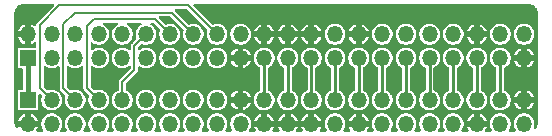
<source format=gtl>
%TF.GenerationSoftware,KiCad,Pcbnew,9.0.0*%
%TF.CreationDate,2025-06-08T16:33:52+02:00*%
%TF.ProjectId,ideswap,69646573-7761-4702-9e6b-696361645f70,A0*%
%TF.SameCoordinates,Original*%
%TF.FileFunction,Copper,L1,Top*%
%TF.FilePolarity,Positive*%
%FSLAX46Y46*%
G04 Gerber Fmt 4.6, Leading zero omitted, Abs format (unit mm)*
G04 Created by KiCad (PCBNEW 9.0.0) date 2025-06-08 16:33:52*
%MOMM*%
%LPD*%
G01*
G04 APERTURE LIST*
%TA.AperFunction,ComponentPad*%
%ADD10R,1.350000X1.350000*%
%TD*%
%TA.AperFunction,ComponentPad*%
%ADD11O,1.350000X1.350000*%
%TD*%
%TA.AperFunction,ViaPad*%
%ADD12C,0.600000*%
%TD*%
%TA.AperFunction,Conductor*%
%ADD13C,0.203200*%
%TD*%
%TA.AperFunction,Conductor*%
%ADD14C,0.254000*%
%TD*%
%TA.AperFunction,Conductor*%
%ADD15C,0.457200*%
%TD*%
G04 APERTURE END LIST*
D10*
X72390000Y-43180000D03*
D11*
X72390000Y-41180000D03*
X74390000Y-43180000D03*
X74390000Y-41180000D03*
X76390000Y-43180000D03*
X76390000Y-41180000D03*
X78390000Y-43180000D03*
X78390000Y-41180000D03*
X80390000Y-43180000D03*
X80390000Y-41180000D03*
X82390000Y-43180000D03*
X82390000Y-41180000D03*
X84390000Y-43180000D03*
X84390000Y-41180000D03*
X86390000Y-43180000D03*
X86390000Y-41180000D03*
X88390000Y-43180000D03*
X88390000Y-41180000D03*
X90390000Y-43180000D03*
X90390000Y-41180000D03*
X92390000Y-43180000D03*
X92390000Y-41180000D03*
X94390000Y-43180000D03*
X94390000Y-41180000D03*
X96390000Y-43180000D03*
X96390000Y-41180000D03*
X98390000Y-43180000D03*
X98390000Y-41180000D03*
X100390000Y-43180000D03*
X100390000Y-41180000D03*
X102390000Y-43180000D03*
X102390000Y-41180000D03*
X104390000Y-43180000D03*
X104390000Y-41180000D03*
X106390000Y-43180000D03*
X106390000Y-41180000D03*
X108390000Y-43180000D03*
X108390000Y-41180000D03*
X110390000Y-43180000D03*
X110390000Y-41180000D03*
X112390000Y-43180000D03*
X112390000Y-41180000D03*
X114390000Y-43180000D03*
X114390000Y-41180000D03*
D10*
X72390000Y-46736000D03*
D11*
X72390000Y-48736000D03*
X74390000Y-46736000D03*
X74390000Y-48736000D03*
X76390000Y-46736000D03*
X76390000Y-48736000D03*
X78390000Y-46736000D03*
X78390000Y-48736000D03*
X80390000Y-46736000D03*
X80390000Y-48736000D03*
X82390000Y-46736000D03*
X82390000Y-48736000D03*
X84390000Y-46736000D03*
X84390000Y-48736000D03*
X86390000Y-46736000D03*
X86390000Y-48736000D03*
X88390000Y-46736000D03*
X88390000Y-48736000D03*
X90390000Y-46736000D03*
X90390000Y-48736000D03*
X92390000Y-46736000D03*
X92390000Y-48736000D03*
X94390000Y-46736000D03*
X94390000Y-48736000D03*
X96390000Y-46736000D03*
X96390000Y-48736000D03*
X98390000Y-46736000D03*
X98390000Y-48736000D03*
X100390000Y-46736000D03*
X100390000Y-48736000D03*
X102390000Y-46736000D03*
X102390000Y-48736000D03*
X104390000Y-46736000D03*
X104390000Y-48736000D03*
X106390000Y-46736000D03*
X106390000Y-48736000D03*
X108390000Y-46736000D03*
X108390000Y-48736000D03*
X110390000Y-46736000D03*
X110390000Y-48736000D03*
X112390000Y-46736000D03*
X112390000Y-48736000D03*
X114390000Y-46736000D03*
X114390000Y-48736000D03*
D12*
X109372400Y-45212000D03*
X114300000Y-45212000D03*
X83693000Y-45212000D03*
X90805000Y-45212000D03*
X74422000Y-45085000D03*
X95250000Y-45212000D03*
X86360000Y-45212000D03*
X76454000Y-45085000D03*
X88392000Y-45212000D03*
X93345000Y-45212000D03*
X79121000Y-45212000D03*
X99390200Y-45212000D03*
X101346000Y-45212000D03*
D13*
X76390000Y-46736000D02*
X75387200Y-45733200D01*
X75387200Y-40309800D02*
X76352400Y-39344600D01*
X76352400Y-39344600D02*
X84556600Y-39344600D01*
X75387200Y-45733200D02*
X75387200Y-40309800D01*
X84556600Y-39344600D02*
X86390000Y-41178000D01*
X86390000Y-41178000D02*
X86390000Y-41180000D01*
X78390000Y-46736000D02*
X77393800Y-45739800D01*
X83113400Y-39903400D02*
X84390000Y-41180000D01*
X77393800Y-45739800D02*
X77393800Y-40462200D01*
X77393800Y-40462200D02*
X77952600Y-39903400D01*
X77952600Y-39903400D02*
X83113400Y-39903400D01*
X74390000Y-46736000D02*
X73406000Y-45752000D01*
X73406000Y-45752000D02*
X73406000Y-40386000D01*
X75057000Y-38735000D02*
X85953600Y-38735000D01*
X73406000Y-40386000D02*
X75057000Y-38735000D01*
X85953600Y-38735000D02*
X88390000Y-41171400D01*
X88390000Y-41171400D02*
X88390000Y-41180000D01*
D14*
X112390000Y-46736000D02*
X112390000Y-43180000D01*
X110390000Y-46736000D02*
X110390000Y-43180000D01*
X108390000Y-46736000D02*
X108390000Y-43180000D01*
X106390000Y-46736000D02*
X106390000Y-43180000D01*
X104390000Y-46736000D02*
X104390000Y-43180000D01*
X102390000Y-46736000D02*
X102390000Y-43180000D01*
X100390000Y-46736000D02*
X100390000Y-43180000D01*
X98390000Y-46736000D02*
X98390000Y-43180000D01*
X96390000Y-46736000D02*
X96390000Y-43180000D01*
X94390000Y-46736000D02*
X94390000Y-43180000D01*
X92390000Y-46736000D02*
X92390000Y-43180000D01*
D15*
X72390000Y-43180000D02*
X72390000Y-46736000D01*
D13*
X80390000Y-45187600D02*
X80390000Y-46736000D01*
X80390000Y-45187600D02*
X81407000Y-44170600D01*
X81407000Y-44170600D02*
X81407000Y-42163000D01*
X81407000Y-42163000D02*
X82390000Y-41180000D01*
%TA.AperFunction,Conductor*%
G36*
X74576001Y-38619713D02*
G01*
X74612546Y-38670013D01*
X74612546Y-38732187D01*
X74588005Y-38772235D01*
X73161699Y-40198541D01*
X73155836Y-40208698D01*
X73155835Y-40208700D01*
X73144742Y-40227913D01*
X73121506Y-40268158D01*
X73100700Y-40345804D01*
X73100700Y-40410463D01*
X73081487Y-40469594D01*
X73031187Y-40506139D01*
X72969013Y-40506139D01*
X72944210Y-40494109D01*
X72805979Y-40401746D01*
X72646169Y-40335551D01*
X72646155Y-40335547D01*
X72640000Y-40334322D01*
X72640000Y-40864314D01*
X72635606Y-40859920D01*
X72544394Y-40807259D01*
X72442661Y-40780000D01*
X72337339Y-40780000D01*
X72235606Y-40807259D01*
X72144394Y-40859920D01*
X72140000Y-40864314D01*
X72140000Y-40334322D01*
X72133844Y-40335547D01*
X72133830Y-40335551D01*
X71974021Y-40401746D01*
X71974020Y-40401746D01*
X71830181Y-40497856D01*
X71830180Y-40497858D01*
X71707858Y-40620180D01*
X71707856Y-40620181D01*
X71611746Y-40764020D01*
X71611746Y-40764021D01*
X71545551Y-40923830D01*
X71545547Y-40923844D01*
X71544322Y-40930000D01*
X72074314Y-40930000D01*
X72069920Y-40934394D01*
X72017259Y-41025606D01*
X71990000Y-41127339D01*
X71990000Y-41232661D01*
X72017259Y-41334394D01*
X72069920Y-41425606D01*
X72074314Y-41430000D01*
X71544323Y-41430000D01*
X71545547Y-41436155D01*
X71545551Y-41436169D01*
X71611746Y-41595978D01*
X71611746Y-41595979D01*
X71707856Y-41739818D01*
X71830181Y-41862143D01*
X71974016Y-41958251D01*
X72133840Y-42024450D01*
X72133844Y-42024451D01*
X72140000Y-42025676D01*
X72140000Y-41495686D01*
X72144394Y-41500080D01*
X72235606Y-41552741D01*
X72337339Y-41580000D01*
X72442661Y-41580000D01*
X72544394Y-41552741D01*
X72635606Y-41500080D01*
X72640000Y-41495686D01*
X72640000Y-42025675D01*
X72646155Y-42024451D01*
X72646159Y-42024450D01*
X72805980Y-41958252D01*
X72944209Y-41865890D01*
X73004049Y-41849014D01*
X73062381Y-41870533D01*
X73096923Y-41922229D01*
X73100700Y-41949536D01*
X73100700Y-42200700D01*
X73081487Y-42259831D01*
X73031187Y-42296376D01*
X73000100Y-42301300D01*
X71694936Y-42301300D01*
X71685078Y-42303260D01*
X71635520Y-42313118D01*
X71568140Y-42358140D01*
X71523118Y-42425520D01*
X71513225Y-42475257D01*
X71511300Y-42484936D01*
X71511300Y-43875064D01*
X71511455Y-43875844D01*
X71523118Y-43934479D01*
X71523119Y-43934480D01*
X71568140Y-44001860D01*
X71635520Y-44046881D01*
X71694936Y-44058700D01*
X71857100Y-44058700D01*
X71916231Y-44077913D01*
X71952776Y-44128213D01*
X71957700Y-44159300D01*
X71957700Y-45756700D01*
X71938487Y-45815831D01*
X71888187Y-45852376D01*
X71857100Y-45857300D01*
X71694936Y-45857300D01*
X71685078Y-45859260D01*
X71635520Y-45869118D01*
X71568140Y-45914140D01*
X71523118Y-45981520D01*
X71511300Y-46040936D01*
X71511300Y-47431063D01*
X71523118Y-47490479D01*
X71523119Y-47490480D01*
X71568140Y-47557860D01*
X71635520Y-47602881D01*
X71694936Y-47614700D01*
X71694937Y-47614700D01*
X73085063Y-47614700D01*
X73085064Y-47614700D01*
X73144480Y-47602881D01*
X73211860Y-47557860D01*
X73256881Y-47490480D01*
X73268700Y-47431064D01*
X73268700Y-46289329D01*
X73287913Y-46230198D01*
X73338213Y-46193653D01*
X73400387Y-46193653D01*
X73440435Y-46218194D01*
X73543481Y-46321240D01*
X73571707Y-46376638D01*
X73565289Y-46430871D01*
X73545067Y-46479692D01*
X73511300Y-46649456D01*
X73511300Y-46822543D01*
X73545068Y-46992309D01*
X73611304Y-47152217D01*
X73611308Y-47152225D01*
X73707467Y-47296137D01*
X73829862Y-47418532D01*
X73973774Y-47514691D01*
X73973776Y-47514692D01*
X73973779Y-47514694D01*
X74053736Y-47547813D01*
X74133690Y-47580931D01*
X74133691Y-47580931D01*
X74133693Y-47580932D01*
X74303456Y-47614700D01*
X74303457Y-47614700D01*
X74476543Y-47614700D01*
X74476544Y-47614700D01*
X74646307Y-47580932D01*
X74806221Y-47514694D01*
X74950139Y-47418531D01*
X75072531Y-47296139D01*
X75168694Y-47152221D01*
X75234932Y-46992307D01*
X75268700Y-46822544D01*
X75268700Y-46649456D01*
X75234932Y-46479693D01*
X75214709Y-46430871D01*
X75175413Y-46336000D01*
X75168694Y-46319779D01*
X75084419Y-46193653D01*
X75072532Y-46175862D01*
X74950137Y-46053467D01*
X74806225Y-45957308D01*
X74806217Y-45957304D01*
X74646309Y-45891068D01*
X74511489Y-45864251D01*
X74476544Y-45857300D01*
X74303456Y-45857300D01*
X74279299Y-45862105D01*
X74133692Y-45891067D01*
X74084871Y-45911289D01*
X74022888Y-45916166D01*
X73975240Y-45889481D01*
X73740765Y-45655006D01*
X73712539Y-45599608D01*
X73711300Y-45583871D01*
X73711300Y-43971520D01*
X73730513Y-43912389D01*
X73780813Y-43875844D01*
X73842987Y-43875844D01*
X73867785Y-43887871D01*
X73973779Y-43958694D01*
X73997195Y-43968393D01*
X74133690Y-44024931D01*
X74133691Y-44024931D01*
X74133693Y-44024932D01*
X74303456Y-44058700D01*
X74303457Y-44058700D01*
X74476543Y-44058700D01*
X74476544Y-44058700D01*
X74646307Y-44024932D01*
X74806221Y-43958694D01*
X74925411Y-43879053D01*
X74985249Y-43862178D01*
X75043580Y-43883697D01*
X75078123Y-43935393D01*
X75081900Y-43962700D01*
X75081900Y-45773395D01*
X75086937Y-45792189D01*
X75086938Y-45792194D01*
X75102704Y-45851036D01*
X75102704Y-45851038D01*
X75106517Y-45857642D01*
X75142900Y-45920659D01*
X75142902Y-45920661D01*
X75543481Y-46321240D01*
X75571707Y-46376638D01*
X75565289Y-46430871D01*
X75545067Y-46479692D01*
X75511300Y-46649456D01*
X75511300Y-46822543D01*
X75545068Y-46992309D01*
X75611304Y-47152217D01*
X75611308Y-47152225D01*
X75707467Y-47296137D01*
X75829862Y-47418532D01*
X75973774Y-47514691D01*
X75973776Y-47514692D01*
X75973779Y-47514694D01*
X76053736Y-47547813D01*
X76133690Y-47580931D01*
X76133691Y-47580931D01*
X76133693Y-47580932D01*
X76303456Y-47614700D01*
X76303457Y-47614700D01*
X76476543Y-47614700D01*
X76476544Y-47614700D01*
X76646307Y-47580932D01*
X76806221Y-47514694D01*
X76950139Y-47418531D01*
X77072531Y-47296139D01*
X77168694Y-47152221D01*
X77234932Y-46992307D01*
X77268700Y-46822544D01*
X77268700Y-46649456D01*
X77234932Y-46479693D01*
X77214709Y-46430871D01*
X77175413Y-46336000D01*
X77168694Y-46319779D01*
X77084419Y-46193653D01*
X77072532Y-46175862D01*
X76950137Y-46053467D01*
X76806225Y-45957308D01*
X76806217Y-45957304D01*
X76646309Y-45891068D01*
X76511489Y-45864251D01*
X76476544Y-45857300D01*
X76303456Y-45857300D01*
X76279299Y-45862105D01*
X76133692Y-45891067D01*
X76084871Y-45911289D01*
X76022888Y-45916166D01*
X75975240Y-45889481D01*
X75721965Y-45636206D01*
X75693739Y-45580808D01*
X75692500Y-45565071D01*
X75692500Y-43958958D01*
X75711713Y-43899827D01*
X75762013Y-43863282D01*
X75824187Y-43863282D01*
X75848984Y-43875308D01*
X75973779Y-43958694D01*
X75997195Y-43968393D01*
X76133690Y-44024931D01*
X76133691Y-44024931D01*
X76133693Y-44024932D01*
X76303456Y-44058700D01*
X76303457Y-44058700D01*
X76476543Y-44058700D01*
X76476544Y-44058700D01*
X76646307Y-44024932D01*
X76806221Y-43958694D01*
X76932011Y-43874643D01*
X76991849Y-43857768D01*
X77050180Y-43879287D01*
X77084723Y-43930983D01*
X77088500Y-43958290D01*
X77088500Y-45779993D01*
X77105689Y-45844142D01*
X77107536Y-45851032D01*
X77107537Y-45851039D01*
X77109305Y-45857638D01*
X77109306Y-45857642D01*
X77149498Y-45927256D01*
X77149500Y-45927259D01*
X77452438Y-46230198D01*
X77543481Y-46321241D01*
X77571707Y-46376639D01*
X77565289Y-46430872D01*
X77545067Y-46479692D01*
X77511300Y-46649456D01*
X77511300Y-46822543D01*
X77545068Y-46992309D01*
X77611304Y-47152217D01*
X77611308Y-47152225D01*
X77707467Y-47296137D01*
X77829862Y-47418532D01*
X77973774Y-47514691D01*
X77973776Y-47514692D01*
X77973779Y-47514694D01*
X78053736Y-47547813D01*
X78133690Y-47580931D01*
X78133691Y-47580931D01*
X78133693Y-47580932D01*
X78303456Y-47614700D01*
X78303457Y-47614700D01*
X78476543Y-47614700D01*
X78476544Y-47614700D01*
X78646307Y-47580932D01*
X78806221Y-47514694D01*
X78950139Y-47418531D01*
X79072531Y-47296139D01*
X79168694Y-47152221D01*
X79234932Y-46992307D01*
X79268700Y-46822544D01*
X79268700Y-46649456D01*
X79234932Y-46479693D01*
X79214709Y-46430871D01*
X79175413Y-46336000D01*
X79168694Y-46319779D01*
X79084419Y-46193653D01*
X79072532Y-46175862D01*
X78950137Y-46053467D01*
X78806225Y-45957308D01*
X78806217Y-45957304D01*
X78646309Y-45891068D01*
X78511489Y-45864251D01*
X78476544Y-45857300D01*
X78303456Y-45857300D01*
X78279299Y-45862105D01*
X78133692Y-45891067D01*
X78084872Y-45911289D01*
X78022890Y-45916166D01*
X77975241Y-45889481D01*
X77728565Y-45642805D01*
X77700339Y-45587407D01*
X77699100Y-45571670D01*
X77699100Y-43963368D01*
X77718313Y-43904237D01*
X77768613Y-43867692D01*
X77830787Y-43867692D01*
X77855589Y-43879722D01*
X77868791Y-43888543D01*
X77973772Y-43958690D01*
X77973776Y-43958692D01*
X77973779Y-43958694D01*
X77997195Y-43968393D01*
X78133690Y-44024931D01*
X78133691Y-44024931D01*
X78133693Y-44024932D01*
X78303456Y-44058700D01*
X78303457Y-44058700D01*
X78476543Y-44058700D01*
X78476544Y-44058700D01*
X78646307Y-44024932D01*
X78806221Y-43958694D01*
X78950139Y-43862531D01*
X79072531Y-43740139D01*
X79168694Y-43596221D01*
X79234932Y-43436307D01*
X79268700Y-43266544D01*
X79268700Y-43093456D01*
X79234932Y-42923693D01*
X79168694Y-42763779D01*
X79072531Y-42619861D01*
X78950139Y-42497469D01*
X78950137Y-42497467D01*
X78806225Y-42401308D01*
X78806217Y-42401304D01*
X78646309Y-42335068D01*
X78533131Y-42312556D01*
X78476544Y-42301300D01*
X78303456Y-42301300D01*
X78261015Y-42309742D01*
X78133690Y-42335068D01*
X77973782Y-42401304D01*
X77973774Y-42401308D01*
X77855590Y-42480277D01*
X77795751Y-42497153D01*
X77737419Y-42475634D01*
X77702877Y-42423938D01*
X77699100Y-42396631D01*
X77699100Y-41963368D01*
X77718313Y-41904237D01*
X77768613Y-41867692D01*
X77830787Y-41867692D01*
X77855589Y-41879722D01*
X77885678Y-41899827D01*
X77973772Y-41958690D01*
X77973776Y-41958692D01*
X77973779Y-41958694D01*
X78004744Y-41971520D01*
X78133690Y-42024931D01*
X78133691Y-42024931D01*
X78133693Y-42024932D01*
X78303456Y-42058700D01*
X78303457Y-42058700D01*
X78476543Y-42058700D01*
X78476544Y-42058700D01*
X78646307Y-42024932D01*
X78806221Y-41958694D01*
X78950139Y-41862531D01*
X79072531Y-41740139D01*
X79168694Y-41596221D01*
X79234932Y-41436307D01*
X79268700Y-41266544D01*
X79268700Y-41093456D01*
X79234932Y-40923693D01*
X79214709Y-40874871D01*
X79168695Y-40763782D01*
X79168694Y-40763779D01*
X79072531Y-40619861D01*
X78950139Y-40497469D01*
X78950137Y-40497467D01*
X78806225Y-40401308D01*
X78801865Y-40398978D01*
X78802741Y-40397338D01*
X78761207Y-40361869D01*
X78746689Y-40301414D01*
X78770478Y-40243971D01*
X78823488Y-40211481D01*
X78846979Y-40208700D01*
X79933021Y-40208700D01*
X79992152Y-40227913D01*
X80028697Y-40278213D01*
X80028697Y-40340387D01*
X79992152Y-40390687D01*
X79977953Y-40398638D01*
X79978135Y-40398978D01*
X79973774Y-40401308D01*
X79829862Y-40497467D01*
X79829861Y-40497469D01*
X79707469Y-40619861D01*
X79707467Y-40619862D01*
X79611308Y-40763774D01*
X79611304Y-40763782D01*
X79545068Y-40923690D01*
X79511300Y-41093456D01*
X79511300Y-41266543D01*
X79545068Y-41436309D01*
X79611304Y-41596217D01*
X79611308Y-41596225D01*
X79707467Y-41740137D01*
X79829862Y-41862532D01*
X79973774Y-41958691D01*
X79973776Y-41958692D01*
X79973779Y-41958694D01*
X80004744Y-41971520D01*
X80133690Y-42024931D01*
X80133691Y-42024931D01*
X80133693Y-42024932D01*
X80303456Y-42058700D01*
X80303457Y-42058700D01*
X80476543Y-42058700D01*
X80476544Y-42058700D01*
X80646307Y-42024932D01*
X80806221Y-41958694D01*
X80950139Y-41862531D01*
X81072531Y-41740139D01*
X81168694Y-41596221D01*
X81234932Y-41436307D01*
X81268700Y-41266544D01*
X81268700Y-41093456D01*
X81234932Y-40923693D01*
X81214709Y-40874871D01*
X81168695Y-40763782D01*
X81168694Y-40763779D01*
X81072531Y-40619861D01*
X80950139Y-40497469D01*
X80950137Y-40497467D01*
X80806225Y-40401308D01*
X80801865Y-40398978D01*
X80802741Y-40397338D01*
X80761207Y-40361869D01*
X80746689Y-40301414D01*
X80770478Y-40243971D01*
X80823488Y-40211481D01*
X80846979Y-40208700D01*
X81933021Y-40208700D01*
X81992152Y-40227913D01*
X82028697Y-40278213D01*
X82028697Y-40340387D01*
X81992152Y-40390687D01*
X81977953Y-40398638D01*
X81978135Y-40398978D01*
X81973774Y-40401308D01*
X81829862Y-40497467D01*
X81829861Y-40497469D01*
X81707469Y-40619861D01*
X81707467Y-40619862D01*
X81611308Y-40763774D01*
X81611304Y-40763782D01*
X81545068Y-40923690D01*
X81511300Y-41093456D01*
X81511300Y-41266543D01*
X81545067Y-41436305D01*
X81565289Y-41485126D01*
X81570166Y-41547109D01*
X81543481Y-41594758D01*
X81254544Y-41883697D01*
X81162700Y-41975541D01*
X81134184Y-42024932D01*
X81133269Y-42026517D01*
X81122506Y-42045157D01*
X81101700Y-42122804D01*
X81101700Y-42410529D01*
X81082487Y-42469660D01*
X81032187Y-42506205D01*
X80970013Y-42506205D01*
X80945210Y-42494175D01*
X80806225Y-42401308D01*
X80806217Y-42401304D01*
X80646309Y-42335068D01*
X80533131Y-42312556D01*
X80476544Y-42301300D01*
X80303456Y-42301300D01*
X80261015Y-42309742D01*
X80133690Y-42335068D01*
X79973782Y-42401304D01*
X79973774Y-42401308D01*
X79829862Y-42497467D01*
X79829861Y-42497469D01*
X79707469Y-42619861D01*
X79707467Y-42619862D01*
X79611308Y-42763774D01*
X79611304Y-42763782D01*
X79545068Y-42923690D01*
X79511300Y-43093456D01*
X79511300Y-43266543D01*
X79545068Y-43436309D01*
X79611304Y-43596217D01*
X79611308Y-43596225D01*
X79707467Y-43740137D01*
X79829862Y-43862532D01*
X79973774Y-43958691D01*
X79973776Y-43958692D01*
X79973779Y-43958694D01*
X79997195Y-43968393D01*
X80133690Y-44024931D01*
X80133691Y-44024931D01*
X80133693Y-44024932D01*
X80303456Y-44058700D01*
X80303457Y-44058700D01*
X80476543Y-44058700D01*
X80476544Y-44058700D01*
X80646307Y-44024932D01*
X80806221Y-43958694D01*
X80945211Y-43865823D01*
X80958686Y-43862023D01*
X80970013Y-43853794D01*
X80987866Y-43853794D01*
X81005049Y-43848948D01*
X81018185Y-43853794D01*
X81032187Y-43853794D01*
X81046630Y-43864288D01*
X81063380Y-43870467D01*
X81071158Y-43882108D01*
X81082487Y-43890339D01*
X81088004Y-43907318D01*
X81097923Y-43922163D01*
X81101700Y-43949470D01*
X81101700Y-44002471D01*
X81082487Y-44061602D01*
X81072235Y-44073606D01*
X80145702Y-45000138D01*
X80105506Y-45069757D01*
X80084700Y-45147404D01*
X80084700Y-45844142D01*
X80065487Y-45903273D01*
X80022598Y-45937084D01*
X79973782Y-45957304D01*
X79973774Y-45957308D01*
X79829862Y-46053467D01*
X79829861Y-46053469D01*
X79707469Y-46175861D01*
X79707467Y-46175862D01*
X79611308Y-46319774D01*
X79611304Y-46319782D01*
X79545068Y-46479690D01*
X79511300Y-46649456D01*
X79511300Y-46822543D01*
X79545068Y-46992309D01*
X79611304Y-47152217D01*
X79611308Y-47152225D01*
X79707467Y-47296137D01*
X79829862Y-47418532D01*
X79973774Y-47514691D01*
X79973776Y-47514692D01*
X79973779Y-47514694D01*
X80053736Y-47547813D01*
X80133690Y-47580931D01*
X80133691Y-47580931D01*
X80133693Y-47580932D01*
X80303456Y-47614700D01*
X80303457Y-47614700D01*
X80476543Y-47614700D01*
X80476544Y-47614700D01*
X80646307Y-47580932D01*
X80806221Y-47514694D01*
X80950139Y-47418531D01*
X81072531Y-47296139D01*
X81168694Y-47152221D01*
X81234932Y-46992307D01*
X81268700Y-46822544D01*
X81268700Y-46649456D01*
X81511300Y-46649456D01*
X81511300Y-46822543D01*
X81545068Y-46992309D01*
X81611304Y-47152217D01*
X81611308Y-47152225D01*
X81707467Y-47296137D01*
X81829862Y-47418532D01*
X81973774Y-47514691D01*
X81973776Y-47514692D01*
X81973779Y-47514694D01*
X82053736Y-47547813D01*
X82133690Y-47580931D01*
X82133691Y-47580931D01*
X82133693Y-47580932D01*
X82303456Y-47614700D01*
X82303457Y-47614700D01*
X82476543Y-47614700D01*
X82476544Y-47614700D01*
X82646307Y-47580932D01*
X82806221Y-47514694D01*
X82950139Y-47418531D01*
X83072531Y-47296139D01*
X83168694Y-47152221D01*
X83234932Y-46992307D01*
X83268700Y-46822544D01*
X83268700Y-46649456D01*
X83511300Y-46649456D01*
X83511300Y-46822543D01*
X83545068Y-46992309D01*
X83611304Y-47152217D01*
X83611308Y-47152225D01*
X83707467Y-47296137D01*
X83829862Y-47418532D01*
X83973774Y-47514691D01*
X83973776Y-47514692D01*
X83973779Y-47514694D01*
X84053736Y-47547813D01*
X84133690Y-47580931D01*
X84133691Y-47580931D01*
X84133693Y-47580932D01*
X84303456Y-47614700D01*
X84303457Y-47614700D01*
X84476543Y-47614700D01*
X84476544Y-47614700D01*
X84646307Y-47580932D01*
X84806221Y-47514694D01*
X84950139Y-47418531D01*
X85072531Y-47296139D01*
X85168694Y-47152221D01*
X85234932Y-46992307D01*
X85268700Y-46822544D01*
X85268700Y-46649456D01*
X85511300Y-46649456D01*
X85511300Y-46822543D01*
X85545068Y-46992309D01*
X85611304Y-47152217D01*
X85611308Y-47152225D01*
X85707467Y-47296137D01*
X85829862Y-47418532D01*
X85973774Y-47514691D01*
X85973776Y-47514692D01*
X85973779Y-47514694D01*
X86053736Y-47547813D01*
X86133690Y-47580931D01*
X86133691Y-47580931D01*
X86133693Y-47580932D01*
X86303456Y-47614700D01*
X86303457Y-47614700D01*
X86476543Y-47614700D01*
X86476544Y-47614700D01*
X86646307Y-47580932D01*
X86806221Y-47514694D01*
X86950139Y-47418531D01*
X87072531Y-47296139D01*
X87168694Y-47152221D01*
X87234932Y-46992307D01*
X87268700Y-46822544D01*
X87268700Y-46649456D01*
X87511300Y-46649456D01*
X87511300Y-46822543D01*
X87545068Y-46992309D01*
X87611304Y-47152217D01*
X87611308Y-47152225D01*
X87707467Y-47296137D01*
X87829862Y-47418532D01*
X87973774Y-47514691D01*
X87973776Y-47514692D01*
X87973779Y-47514694D01*
X88053736Y-47547813D01*
X88133690Y-47580931D01*
X88133691Y-47580931D01*
X88133693Y-47580932D01*
X88303456Y-47614700D01*
X88303457Y-47614700D01*
X88476543Y-47614700D01*
X88476544Y-47614700D01*
X88646307Y-47580932D01*
X88806221Y-47514694D01*
X88950139Y-47418531D01*
X89072531Y-47296139D01*
X89168694Y-47152221D01*
X89234932Y-46992307D01*
X89268700Y-46822544D01*
X89268700Y-46649456D01*
X89236187Y-46486000D01*
X89544322Y-46486000D01*
X90074314Y-46486000D01*
X90069920Y-46490394D01*
X90017259Y-46581606D01*
X89990000Y-46683339D01*
X89990000Y-46788661D01*
X90017259Y-46890394D01*
X90069920Y-46981606D01*
X90074314Y-46986000D01*
X89544323Y-46986000D01*
X89545547Y-46992155D01*
X89545551Y-46992169D01*
X89611746Y-47151978D01*
X89611746Y-47151979D01*
X89707856Y-47295818D01*
X89830181Y-47418143D01*
X89974016Y-47514251D01*
X90133840Y-47580450D01*
X90133844Y-47580451D01*
X90140000Y-47581676D01*
X90140000Y-47051686D01*
X90144394Y-47056080D01*
X90235606Y-47108741D01*
X90337339Y-47136000D01*
X90442661Y-47136000D01*
X90544394Y-47108741D01*
X90635606Y-47056080D01*
X90640000Y-47051686D01*
X90640000Y-47581676D01*
X90646155Y-47580451D01*
X90646159Y-47580450D01*
X90805983Y-47514251D01*
X90949818Y-47418143D01*
X90949820Y-47418142D01*
X91072142Y-47295820D01*
X91072143Y-47295818D01*
X91168253Y-47151979D01*
X91168253Y-47151978D01*
X91234448Y-46992169D01*
X91234452Y-46992155D01*
X91235677Y-46986000D01*
X90705686Y-46986000D01*
X90710080Y-46981606D01*
X90762741Y-46890394D01*
X90790000Y-46788661D01*
X90790000Y-46683339D01*
X90762741Y-46581606D01*
X90710080Y-46490394D01*
X90705686Y-46486000D01*
X91235677Y-46486000D01*
X91234452Y-46479844D01*
X91234448Y-46479830D01*
X91168253Y-46320021D01*
X91168253Y-46320020D01*
X91072143Y-46176181D01*
X90949818Y-46053856D01*
X90805979Y-45957746D01*
X90646169Y-45891551D01*
X90646155Y-45891547D01*
X90640000Y-45890322D01*
X90640000Y-46420314D01*
X90635606Y-46415920D01*
X90544394Y-46363259D01*
X90442661Y-46336000D01*
X90337339Y-46336000D01*
X90235606Y-46363259D01*
X90144394Y-46415920D01*
X90140000Y-46420314D01*
X90140000Y-45890322D01*
X90133844Y-45891547D01*
X90133830Y-45891551D01*
X89974021Y-45957746D01*
X89974020Y-45957746D01*
X89830181Y-46053856D01*
X89830180Y-46053858D01*
X89707858Y-46176180D01*
X89707856Y-46176181D01*
X89611746Y-46320020D01*
X89611746Y-46320021D01*
X89545551Y-46479830D01*
X89545547Y-46479844D01*
X89544322Y-46486000D01*
X89236187Y-46486000D01*
X89234932Y-46479693D01*
X89214709Y-46430871D01*
X89175413Y-46336000D01*
X89168694Y-46319779D01*
X89084419Y-46193653D01*
X89072532Y-46175862D01*
X88950137Y-46053467D01*
X88806225Y-45957308D01*
X88806217Y-45957304D01*
X88646309Y-45891068D01*
X88511489Y-45864251D01*
X88476544Y-45857300D01*
X88303456Y-45857300D01*
X88268511Y-45864251D01*
X88133690Y-45891068D01*
X87973782Y-45957304D01*
X87973774Y-45957308D01*
X87829862Y-46053467D01*
X87829861Y-46053469D01*
X87707469Y-46175861D01*
X87707467Y-46175862D01*
X87611308Y-46319774D01*
X87611304Y-46319782D01*
X87545068Y-46479690D01*
X87511300Y-46649456D01*
X87268700Y-46649456D01*
X87234932Y-46479693D01*
X87214709Y-46430871D01*
X87175413Y-46336000D01*
X87168694Y-46319779D01*
X87084419Y-46193653D01*
X87072532Y-46175862D01*
X86950137Y-46053467D01*
X86806225Y-45957308D01*
X86806217Y-45957304D01*
X86646309Y-45891068D01*
X86511489Y-45864251D01*
X86476544Y-45857300D01*
X86303456Y-45857300D01*
X86268511Y-45864251D01*
X86133690Y-45891068D01*
X85973782Y-45957304D01*
X85973774Y-45957308D01*
X85829862Y-46053467D01*
X85829861Y-46053469D01*
X85707469Y-46175861D01*
X85707467Y-46175862D01*
X85611308Y-46319774D01*
X85611304Y-46319782D01*
X85545068Y-46479690D01*
X85511300Y-46649456D01*
X85268700Y-46649456D01*
X85234932Y-46479693D01*
X85214709Y-46430871D01*
X85175413Y-46336000D01*
X85168694Y-46319779D01*
X85084419Y-46193653D01*
X85072532Y-46175862D01*
X84950137Y-46053467D01*
X84806225Y-45957308D01*
X84806217Y-45957304D01*
X84646309Y-45891068D01*
X84511489Y-45864251D01*
X84476544Y-45857300D01*
X84303456Y-45857300D01*
X84268511Y-45864251D01*
X84133690Y-45891068D01*
X83973782Y-45957304D01*
X83973774Y-45957308D01*
X83829862Y-46053467D01*
X83829861Y-46053469D01*
X83707469Y-46175861D01*
X83707467Y-46175862D01*
X83611308Y-46319774D01*
X83611304Y-46319782D01*
X83545068Y-46479690D01*
X83511300Y-46649456D01*
X83268700Y-46649456D01*
X83234932Y-46479693D01*
X83214709Y-46430871D01*
X83175413Y-46336000D01*
X83168694Y-46319779D01*
X83084419Y-46193653D01*
X83072532Y-46175862D01*
X82950137Y-46053467D01*
X82806225Y-45957308D01*
X82806217Y-45957304D01*
X82646309Y-45891068D01*
X82511489Y-45864251D01*
X82476544Y-45857300D01*
X82303456Y-45857300D01*
X82268511Y-45864251D01*
X82133690Y-45891068D01*
X81973782Y-45957304D01*
X81973774Y-45957308D01*
X81829862Y-46053467D01*
X81829861Y-46053469D01*
X81707469Y-46175861D01*
X81707467Y-46175862D01*
X81611308Y-46319774D01*
X81611304Y-46319782D01*
X81545068Y-46479690D01*
X81511300Y-46649456D01*
X81268700Y-46649456D01*
X81234932Y-46479693D01*
X81214709Y-46430871D01*
X81175413Y-46336000D01*
X81168694Y-46319779D01*
X81084419Y-46193653D01*
X81072532Y-46175862D01*
X80950137Y-46053467D01*
X80806225Y-45957308D01*
X80806217Y-45957304D01*
X80757402Y-45937084D01*
X80710124Y-45896705D01*
X80695300Y-45844142D01*
X80695300Y-45355729D01*
X80714513Y-45296598D01*
X80724765Y-45284594D01*
X81651300Y-44358059D01*
X81651301Y-44358057D01*
X81691494Y-44288442D01*
X81697066Y-44267643D01*
X81697069Y-44267638D01*
X81697068Y-44267638D01*
X81712299Y-44210795D01*
X81712300Y-44210793D01*
X81712300Y-43972188D01*
X81731513Y-43913057D01*
X81781813Y-43876512D01*
X81843987Y-43876512D01*
X81868791Y-43888543D01*
X81973772Y-43958690D01*
X81973776Y-43958692D01*
X81973779Y-43958694D01*
X81997195Y-43968393D01*
X82133690Y-44024931D01*
X82133691Y-44024931D01*
X82133693Y-44024932D01*
X82303456Y-44058700D01*
X82303457Y-44058700D01*
X82476543Y-44058700D01*
X82476544Y-44058700D01*
X82646307Y-44024932D01*
X82806221Y-43958694D01*
X82950139Y-43862531D01*
X83072531Y-43740139D01*
X83168694Y-43596221D01*
X83234932Y-43436307D01*
X83268700Y-43266544D01*
X83268700Y-43093456D01*
X83511300Y-43093456D01*
X83511300Y-43266543D01*
X83545068Y-43436309D01*
X83611304Y-43596217D01*
X83611308Y-43596225D01*
X83707467Y-43740137D01*
X83829862Y-43862532D01*
X83973774Y-43958691D01*
X83973776Y-43958692D01*
X83973779Y-43958694D01*
X83997195Y-43968393D01*
X84133690Y-44024931D01*
X84133691Y-44024931D01*
X84133693Y-44024932D01*
X84303456Y-44058700D01*
X84303457Y-44058700D01*
X84476543Y-44058700D01*
X84476544Y-44058700D01*
X84646307Y-44024932D01*
X84806221Y-43958694D01*
X84950139Y-43862531D01*
X85072531Y-43740139D01*
X85168694Y-43596221D01*
X85234932Y-43436307D01*
X85268700Y-43266544D01*
X85268700Y-43093456D01*
X85511300Y-43093456D01*
X85511300Y-43266543D01*
X85545068Y-43436309D01*
X85611304Y-43596217D01*
X85611308Y-43596225D01*
X85707467Y-43740137D01*
X85829862Y-43862532D01*
X85973774Y-43958691D01*
X85973776Y-43958692D01*
X85973779Y-43958694D01*
X85997195Y-43968393D01*
X86133690Y-44024931D01*
X86133691Y-44024931D01*
X86133693Y-44024932D01*
X86303456Y-44058700D01*
X86303457Y-44058700D01*
X86476543Y-44058700D01*
X86476544Y-44058700D01*
X86646307Y-44024932D01*
X86806221Y-43958694D01*
X86950139Y-43862531D01*
X87072531Y-43740139D01*
X87168694Y-43596221D01*
X87234932Y-43436307D01*
X87268700Y-43266544D01*
X87268700Y-43093456D01*
X87511300Y-43093456D01*
X87511300Y-43266543D01*
X87545068Y-43436309D01*
X87611304Y-43596217D01*
X87611308Y-43596225D01*
X87707467Y-43740137D01*
X87829862Y-43862532D01*
X87973774Y-43958691D01*
X87973776Y-43958692D01*
X87973779Y-43958694D01*
X87997195Y-43968393D01*
X88133690Y-44024931D01*
X88133691Y-44024931D01*
X88133693Y-44024932D01*
X88303456Y-44058700D01*
X88303457Y-44058700D01*
X88476543Y-44058700D01*
X88476544Y-44058700D01*
X88646307Y-44024932D01*
X88806221Y-43958694D01*
X88950139Y-43862531D01*
X89072531Y-43740139D01*
X89168694Y-43596221D01*
X89234932Y-43436307D01*
X89268700Y-43266544D01*
X89268700Y-43093456D01*
X89236187Y-42930000D01*
X89544322Y-42930000D01*
X90074314Y-42930000D01*
X90069920Y-42934394D01*
X90017259Y-43025606D01*
X89990000Y-43127339D01*
X89990000Y-43232661D01*
X90017259Y-43334394D01*
X90069920Y-43425606D01*
X90074314Y-43430000D01*
X89544323Y-43430000D01*
X89545547Y-43436155D01*
X89545551Y-43436169D01*
X89611746Y-43595978D01*
X89611746Y-43595979D01*
X89707856Y-43739818D01*
X89830181Y-43862143D01*
X89974016Y-43958251D01*
X90133840Y-44024450D01*
X90133844Y-44024451D01*
X90140000Y-44025676D01*
X90140000Y-43495686D01*
X90144394Y-43500080D01*
X90235606Y-43552741D01*
X90337339Y-43580000D01*
X90442661Y-43580000D01*
X90544394Y-43552741D01*
X90635606Y-43500080D01*
X90640000Y-43495686D01*
X90640000Y-44025676D01*
X90646155Y-44024451D01*
X90646159Y-44024450D01*
X90805983Y-43958251D01*
X90949818Y-43862143D01*
X90949820Y-43862142D01*
X91072142Y-43739820D01*
X91072143Y-43739818D01*
X91168253Y-43595979D01*
X91168253Y-43595978D01*
X91234448Y-43436169D01*
X91234452Y-43436155D01*
X91235677Y-43430000D01*
X90705686Y-43430000D01*
X90710080Y-43425606D01*
X90762741Y-43334394D01*
X90790000Y-43232661D01*
X90790000Y-43127339D01*
X90780921Y-43093456D01*
X91511300Y-43093456D01*
X91511300Y-43266543D01*
X91545068Y-43436309D01*
X91611304Y-43596217D01*
X91611308Y-43596225D01*
X91707467Y-43740137D01*
X91829862Y-43862532D01*
X91959974Y-43949470D01*
X91973779Y-43958694D01*
X91997198Y-43968394D01*
X92044475Y-44008772D01*
X92059300Y-44061336D01*
X92059300Y-45854663D01*
X92040087Y-45913794D01*
X91997199Y-45947605D01*
X91973779Y-45957305D01*
X91973774Y-45957308D01*
X91829862Y-46053467D01*
X91829861Y-46053469D01*
X91707469Y-46175861D01*
X91707467Y-46175862D01*
X91611308Y-46319774D01*
X91611304Y-46319782D01*
X91545068Y-46479690D01*
X91511300Y-46649456D01*
X91511300Y-46822543D01*
X91545068Y-46992309D01*
X91611304Y-47152217D01*
X91611308Y-47152225D01*
X91707467Y-47296137D01*
X91829862Y-47418532D01*
X91973774Y-47514691D01*
X91973776Y-47514692D01*
X91973779Y-47514694D01*
X92053736Y-47547813D01*
X92133690Y-47580931D01*
X92133691Y-47580931D01*
X92133693Y-47580932D01*
X92303456Y-47614700D01*
X92303457Y-47614700D01*
X92476543Y-47614700D01*
X92476544Y-47614700D01*
X92646307Y-47580932D01*
X92806221Y-47514694D01*
X92950139Y-47418531D01*
X93072531Y-47296139D01*
X93168694Y-47152221D01*
X93234932Y-46992307D01*
X93268700Y-46822544D01*
X93268700Y-46649456D01*
X93234932Y-46479693D01*
X93214709Y-46430871D01*
X93175413Y-46336000D01*
X93168694Y-46319779D01*
X93084419Y-46193653D01*
X93072532Y-46175862D01*
X92950137Y-46053467D01*
X92806225Y-45957308D01*
X92806220Y-45957305D01*
X92782801Y-45947605D01*
X92735524Y-45907226D01*
X92720700Y-45854663D01*
X92720700Y-44061336D01*
X92739913Y-44002205D01*
X92782800Y-43968394D01*
X92806221Y-43958694D01*
X92950139Y-43862531D01*
X93072531Y-43740139D01*
X93168694Y-43596221D01*
X93234932Y-43436307D01*
X93268700Y-43266544D01*
X93268700Y-43093456D01*
X93511300Y-43093456D01*
X93511300Y-43266543D01*
X93545068Y-43436309D01*
X93611304Y-43596217D01*
X93611308Y-43596225D01*
X93707467Y-43740137D01*
X93829862Y-43862532D01*
X93959974Y-43949470D01*
X93973779Y-43958694D01*
X93997198Y-43968394D01*
X94044475Y-44008772D01*
X94059300Y-44061336D01*
X94059300Y-45854663D01*
X94040087Y-45913794D01*
X93997199Y-45947605D01*
X93973779Y-45957305D01*
X93973774Y-45957308D01*
X93829862Y-46053467D01*
X93829861Y-46053469D01*
X93707469Y-46175861D01*
X93707467Y-46175862D01*
X93611308Y-46319774D01*
X93611304Y-46319782D01*
X93545068Y-46479690D01*
X93511300Y-46649456D01*
X93511300Y-46822543D01*
X93545068Y-46992309D01*
X93611304Y-47152217D01*
X93611308Y-47152225D01*
X93707467Y-47296137D01*
X93829862Y-47418532D01*
X93973774Y-47514691D01*
X93973776Y-47514692D01*
X93973779Y-47514694D01*
X94053736Y-47547813D01*
X94133690Y-47580931D01*
X94133691Y-47580931D01*
X94133693Y-47580932D01*
X94303456Y-47614700D01*
X94303457Y-47614700D01*
X94476543Y-47614700D01*
X94476544Y-47614700D01*
X94646307Y-47580932D01*
X94806221Y-47514694D01*
X94950139Y-47418531D01*
X95072531Y-47296139D01*
X95168694Y-47152221D01*
X95234932Y-46992307D01*
X95268700Y-46822544D01*
X95268700Y-46649456D01*
X95234932Y-46479693D01*
X95214709Y-46430871D01*
X95175413Y-46336000D01*
X95168694Y-46319779D01*
X95084419Y-46193653D01*
X95072532Y-46175862D01*
X94950137Y-46053467D01*
X94806225Y-45957308D01*
X94806220Y-45957305D01*
X94782801Y-45947605D01*
X94735524Y-45907226D01*
X94720700Y-45854663D01*
X94720700Y-44061336D01*
X94739913Y-44002205D01*
X94782800Y-43968394D01*
X94806221Y-43958694D01*
X94950139Y-43862531D01*
X95072531Y-43740139D01*
X95168694Y-43596221D01*
X95234932Y-43436307D01*
X95268700Y-43266544D01*
X95268700Y-43093456D01*
X95511300Y-43093456D01*
X95511300Y-43266543D01*
X95545068Y-43436309D01*
X95611304Y-43596217D01*
X95611308Y-43596225D01*
X95707467Y-43740137D01*
X95829862Y-43862532D01*
X95959974Y-43949470D01*
X95973779Y-43958694D01*
X95997198Y-43968394D01*
X96044475Y-44008772D01*
X96059300Y-44061336D01*
X96059300Y-45854663D01*
X96040087Y-45913794D01*
X95997199Y-45947605D01*
X95973779Y-45957305D01*
X95973774Y-45957308D01*
X95829862Y-46053467D01*
X95829861Y-46053469D01*
X95707469Y-46175861D01*
X95707467Y-46175862D01*
X95611308Y-46319774D01*
X95611304Y-46319782D01*
X95545068Y-46479690D01*
X95511300Y-46649456D01*
X95511300Y-46822543D01*
X95545068Y-46992309D01*
X95611304Y-47152217D01*
X95611308Y-47152225D01*
X95707467Y-47296137D01*
X95829862Y-47418532D01*
X95973774Y-47514691D01*
X95973776Y-47514692D01*
X95973779Y-47514694D01*
X96053736Y-47547813D01*
X96133690Y-47580931D01*
X96133691Y-47580931D01*
X96133693Y-47580932D01*
X96303456Y-47614700D01*
X96303457Y-47614700D01*
X96476543Y-47614700D01*
X96476544Y-47614700D01*
X96646307Y-47580932D01*
X96806221Y-47514694D01*
X96950139Y-47418531D01*
X97072531Y-47296139D01*
X97168694Y-47152221D01*
X97234932Y-46992307D01*
X97268700Y-46822544D01*
X97268700Y-46649456D01*
X97234932Y-46479693D01*
X97214709Y-46430871D01*
X97175413Y-46336000D01*
X97168694Y-46319779D01*
X97084419Y-46193653D01*
X97072532Y-46175862D01*
X96950137Y-46053467D01*
X96806225Y-45957308D01*
X96806220Y-45957305D01*
X96782801Y-45947605D01*
X96735524Y-45907226D01*
X96720700Y-45854663D01*
X96720700Y-44061336D01*
X96739913Y-44002205D01*
X96782800Y-43968394D01*
X96806221Y-43958694D01*
X96950139Y-43862531D01*
X97072531Y-43740139D01*
X97168694Y-43596221D01*
X97234932Y-43436307D01*
X97268700Y-43266544D01*
X97268700Y-43093456D01*
X97511300Y-43093456D01*
X97511300Y-43266543D01*
X97545068Y-43436309D01*
X97611304Y-43596217D01*
X97611308Y-43596225D01*
X97707467Y-43740137D01*
X97829862Y-43862532D01*
X97959974Y-43949470D01*
X97973779Y-43958694D01*
X97997198Y-43968394D01*
X98044475Y-44008772D01*
X98059300Y-44061336D01*
X98059300Y-45854663D01*
X98040087Y-45913794D01*
X97997199Y-45947605D01*
X97973779Y-45957305D01*
X97973774Y-45957308D01*
X97829862Y-46053467D01*
X97829861Y-46053469D01*
X97707469Y-46175861D01*
X97707467Y-46175862D01*
X97611308Y-46319774D01*
X97611304Y-46319782D01*
X97545068Y-46479690D01*
X97511300Y-46649456D01*
X97511300Y-46822543D01*
X97545068Y-46992309D01*
X97611304Y-47152217D01*
X97611308Y-47152225D01*
X97707467Y-47296137D01*
X97829862Y-47418532D01*
X97973774Y-47514691D01*
X97973776Y-47514692D01*
X97973779Y-47514694D01*
X98053736Y-47547813D01*
X98133690Y-47580931D01*
X98133691Y-47580931D01*
X98133693Y-47580932D01*
X98303456Y-47614700D01*
X98303457Y-47614700D01*
X98476543Y-47614700D01*
X98476544Y-47614700D01*
X98646307Y-47580932D01*
X98806221Y-47514694D01*
X98950139Y-47418531D01*
X99072531Y-47296139D01*
X99168694Y-47152221D01*
X99234932Y-46992307D01*
X99268700Y-46822544D01*
X99268700Y-46649456D01*
X99234932Y-46479693D01*
X99214709Y-46430871D01*
X99175413Y-46336000D01*
X99168694Y-46319779D01*
X99084419Y-46193653D01*
X99072532Y-46175862D01*
X98950137Y-46053467D01*
X98806225Y-45957308D01*
X98806220Y-45957305D01*
X98782801Y-45947605D01*
X98735524Y-45907226D01*
X98720700Y-45854663D01*
X98720700Y-44061336D01*
X98739913Y-44002205D01*
X98782800Y-43968394D01*
X98806221Y-43958694D01*
X98950139Y-43862531D01*
X99072531Y-43740139D01*
X99168694Y-43596221D01*
X99234932Y-43436307D01*
X99268700Y-43266544D01*
X99268700Y-43093456D01*
X99511300Y-43093456D01*
X99511300Y-43266543D01*
X99545068Y-43436309D01*
X99611304Y-43596217D01*
X99611308Y-43596225D01*
X99707467Y-43740137D01*
X99829862Y-43862532D01*
X99959974Y-43949470D01*
X99973779Y-43958694D01*
X99997198Y-43968394D01*
X100044475Y-44008772D01*
X100059300Y-44061336D01*
X100059300Y-45854663D01*
X100040087Y-45913794D01*
X99997199Y-45947605D01*
X99973779Y-45957305D01*
X99973774Y-45957308D01*
X99829862Y-46053467D01*
X99829861Y-46053469D01*
X99707469Y-46175861D01*
X99707467Y-46175862D01*
X99611308Y-46319774D01*
X99611304Y-46319782D01*
X99545068Y-46479690D01*
X99511300Y-46649456D01*
X99511300Y-46822543D01*
X99545068Y-46992309D01*
X99611304Y-47152217D01*
X99611308Y-47152225D01*
X99707467Y-47296137D01*
X99829862Y-47418532D01*
X99973774Y-47514691D01*
X99973776Y-47514692D01*
X99973779Y-47514694D01*
X100053736Y-47547813D01*
X100133690Y-47580931D01*
X100133691Y-47580931D01*
X100133693Y-47580932D01*
X100303456Y-47614700D01*
X100303457Y-47614700D01*
X100476543Y-47614700D01*
X100476544Y-47614700D01*
X100646307Y-47580932D01*
X100806221Y-47514694D01*
X100950139Y-47418531D01*
X101072531Y-47296139D01*
X101168694Y-47152221D01*
X101234932Y-46992307D01*
X101268700Y-46822544D01*
X101268700Y-46649456D01*
X101234932Y-46479693D01*
X101214709Y-46430871D01*
X101175413Y-46336000D01*
X101168694Y-46319779D01*
X101084419Y-46193653D01*
X101072532Y-46175862D01*
X100950137Y-46053467D01*
X100806225Y-45957308D01*
X100806220Y-45957305D01*
X100782801Y-45947605D01*
X100735524Y-45907226D01*
X100720700Y-45854663D01*
X100720700Y-44061336D01*
X100739913Y-44002205D01*
X100782800Y-43968394D01*
X100806221Y-43958694D01*
X100950139Y-43862531D01*
X101072531Y-43740139D01*
X101168694Y-43596221D01*
X101234932Y-43436307D01*
X101268700Y-43266544D01*
X101268700Y-43093456D01*
X101511300Y-43093456D01*
X101511300Y-43266543D01*
X101545068Y-43436309D01*
X101611304Y-43596217D01*
X101611308Y-43596225D01*
X101707467Y-43740137D01*
X101829862Y-43862532D01*
X101959974Y-43949470D01*
X101973779Y-43958694D01*
X101997198Y-43968394D01*
X102044475Y-44008772D01*
X102059300Y-44061336D01*
X102059300Y-45854663D01*
X102040087Y-45913794D01*
X101997199Y-45947605D01*
X101973779Y-45957305D01*
X101973774Y-45957308D01*
X101829862Y-46053467D01*
X101829861Y-46053469D01*
X101707469Y-46175861D01*
X101707467Y-46175862D01*
X101611308Y-46319774D01*
X101611304Y-46319782D01*
X101545068Y-46479690D01*
X101511300Y-46649456D01*
X101511300Y-46822543D01*
X101545068Y-46992309D01*
X101611304Y-47152217D01*
X101611308Y-47152225D01*
X101707467Y-47296137D01*
X101829862Y-47418532D01*
X101973774Y-47514691D01*
X101973776Y-47514692D01*
X101973779Y-47514694D01*
X102053736Y-47547813D01*
X102133690Y-47580931D01*
X102133691Y-47580931D01*
X102133693Y-47580932D01*
X102303456Y-47614700D01*
X102303457Y-47614700D01*
X102476543Y-47614700D01*
X102476544Y-47614700D01*
X102646307Y-47580932D01*
X102806221Y-47514694D01*
X102950139Y-47418531D01*
X103072531Y-47296139D01*
X103168694Y-47152221D01*
X103234932Y-46992307D01*
X103268700Y-46822544D01*
X103268700Y-46649456D01*
X103234932Y-46479693D01*
X103214709Y-46430871D01*
X103175413Y-46336000D01*
X103168694Y-46319779D01*
X103084419Y-46193653D01*
X103072532Y-46175862D01*
X102950137Y-46053467D01*
X102806225Y-45957308D01*
X102806220Y-45957305D01*
X102782801Y-45947605D01*
X102735524Y-45907226D01*
X102720700Y-45854663D01*
X102720700Y-44061336D01*
X102739913Y-44002205D01*
X102782800Y-43968394D01*
X102806221Y-43958694D01*
X102950139Y-43862531D01*
X103072531Y-43740139D01*
X103168694Y-43596221D01*
X103234932Y-43436307D01*
X103268700Y-43266544D01*
X103268700Y-43093456D01*
X103511300Y-43093456D01*
X103511300Y-43266543D01*
X103545068Y-43436309D01*
X103611304Y-43596217D01*
X103611308Y-43596225D01*
X103707467Y-43740137D01*
X103829862Y-43862532D01*
X103959974Y-43949470D01*
X103973779Y-43958694D01*
X103997198Y-43968394D01*
X104044475Y-44008772D01*
X104059300Y-44061336D01*
X104059300Y-45854663D01*
X104040087Y-45913794D01*
X103997199Y-45947605D01*
X103973779Y-45957305D01*
X103973774Y-45957308D01*
X103829862Y-46053467D01*
X103829861Y-46053469D01*
X103707469Y-46175861D01*
X103707467Y-46175862D01*
X103611308Y-46319774D01*
X103611304Y-46319782D01*
X103545068Y-46479690D01*
X103511300Y-46649456D01*
X103511300Y-46822543D01*
X103545068Y-46992309D01*
X103611304Y-47152217D01*
X103611308Y-47152225D01*
X103707467Y-47296137D01*
X103829862Y-47418532D01*
X103973774Y-47514691D01*
X103973776Y-47514692D01*
X103973779Y-47514694D01*
X104053736Y-47547813D01*
X104133690Y-47580931D01*
X104133691Y-47580931D01*
X104133693Y-47580932D01*
X104303456Y-47614700D01*
X104303457Y-47614700D01*
X104476543Y-47614700D01*
X104476544Y-47614700D01*
X104646307Y-47580932D01*
X104806221Y-47514694D01*
X104950139Y-47418531D01*
X105072531Y-47296139D01*
X105168694Y-47152221D01*
X105234932Y-46992307D01*
X105268700Y-46822544D01*
X105268700Y-46649456D01*
X105234932Y-46479693D01*
X105214709Y-46430871D01*
X105175413Y-46336000D01*
X105168694Y-46319779D01*
X105084419Y-46193653D01*
X105072532Y-46175862D01*
X104950137Y-46053467D01*
X104806225Y-45957308D01*
X104806220Y-45957305D01*
X104782801Y-45947605D01*
X104735524Y-45907226D01*
X104720700Y-45854663D01*
X104720700Y-44061336D01*
X104739913Y-44002205D01*
X104782800Y-43968394D01*
X104806221Y-43958694D01*
X104950139Y-43862531D01*
X105072531Y-43740139D01*
X105168694Y-43596221D01*
X105234932Y-43436307D01*
X105268700Y-43266544D01*
X105268700Y-43093456D01*
X105511300Y-43093456D01*
X105511300Y-43266543D01*
X105545068Y-43436309D01*
X105611304Y-43596217D01*
X105611308Y-43596225D01*
X105707467Y-43740137D01*
X105829862Y-43862532D01*
X105959974Y-43949470D01*
X105973779Y-43958694D01*
X105997198Y-43968394D01*
X106044475Y-44008772D01*
X106059300Y-44061336D01*
X106059300Y-45854663D01*
X106040087Y-45913794D01*
X105997199Y-45947605D01*
X105973779Y-45957305D01*
X105973774Y-45957308D01*
X105829862Y-46053467D01*
X105829861Y-46053469D01*
X105707469Y-46175861D01*
X105707467Y-46175862D01*
X105611308Y-46319774D01*
X105611304Y-46319782D01*
X105545068Y-46479690D01*
X105511300Y-46649456D01*
X105511300Y-46822543D01*
X105545068Y-46992309D01*
X105611304Y-47152217D01*
X105611308Y-47152225D01*
X105707467Y-47296137D01*
X105829862Y-47418532D01*
X105973774Y-47514691D01*
X105973776Y-47514692D01*
X105973779Y-47514694D01*
X106053736Y-47547813D01*
X106133690Y-47580931D01*
X106133691Y-47580931D01*
X106133693Y-47580932D01*
X106303456Y-47614700D01*
X106303457Y-47614700D01*
X106476543Y-47614700D01*
X106476544Y-47614700D01*
X106646307Y-47580932D01*
X106806221Y-47514694D01*
X106950139Y-47418531D01*
X107072531Y-47296139D01*
X107168694Y-47152221D01*
X107234932Y-46992307D01*
X107268700Y-46822544D01*
X107268700Y-46649456D01*
X107234932Y-46479693D01*
X107214709Y-46430871D01*
X107175413Y-46336000D01*
X107168694Y-46319779D01*
X107084419Y-46193653D01*
X107072532Y-46175862D01*
X106950137Y-46053467D01*
X106806225Y-45957308D01*
X106806220Y-45957305D01*
X106782801Y-45947605D01*
X106735524Y-45907226D01*
X106720700Y-45854663D01*
X106720700Y-44061336D01*
X106739913Y-44002205D01*
X106782800Y-43968394D01*
X106806221Y-43958694D01*
X106950139Y-43862531D01*
X107072531Y-43740139D01*
X107168694Y-43596221D01*
X107234932Y-43436307D01*
X107268700Y-43266544D01*
X107268700Y-43093456D01*
X107511300Y-43093456D01*
X107511300Y-43266543D01*
X107545068Y-43436309D01*
X107611304Y-43596217D01*
X107611308Y-43596225D01*
X107707467Y-43740137D01*
X107829862Y-43862532D01*
X107959974Y-43949470D01*
X107973779Y-43958694D01*
X107997198Y-43968394D01*
X108044475Y-44008772D01*
X108059300Y-44061336D01*
X108059300Y-45854663D01*
X108040087Y-45913794D01*
X107997199Y-45947605D01*
X107973779Y-45957305D01*
X107973774Y-45957308D01*
X107829862Y-46053467D01*
X107829861Y-46053469D01*
X107707469Y-46175861D01*
X107707467Y-46175862D01*
X107611308Y-46319774D01*
X107611304Y-46319782D01*
X107545068Y-46479690D01*
X107511300Y-46649456D01*
X107511300Y-46822543D01*
X107545068Y-46992309D01*
X107611304Y-47152217D01*
X107611308Y-47152225D01*
X107707467Y-47296137D01*
X107829862Y-47418532D01*
X107973774Y-47514691D01*
X107973776Y-47514692D01*
X107973779Y-47514694D01*
X108053736Y-47547813D01*
X108133690Y-47580931D01*
X108133691Y-47580931D01*
X108133693Y-47580932D01*
X108303456Y-47614700D01*
X108303457Y-47614700D01*
X108476543Y-47614700D01*
X108476544Y-47614700D01*
X108646307Y-47580932D01*
X108806221Y-47514694D01*
X108950139Y-47418531D01*
X109072531Y-47296139D01*
X109168694Y-47152221D01*
X109234932Y-46992307D01*
X109268700Y-46822544D01*
X109268700Y-46649456D01*
X109234932Y-46479693D01*
X109214709Y-46430871D01*
X109175413Y-46336000D01*
X109168694Y-46319779D01*
X109084419Y-46193653D01*
X109072532Y-46175862D01*
X108950137Y-46053467D01*
X108806225Y-45957308D01*
X108806220Y-45957305D01*
X108782801Y-45947605D01*
X108735524Y-45907226D01*
X108720700Y-45854663D01*
X108720700Y-44061336D01*
X108739913Y-44002205D01*
X108782800Y-43968394D01*
X108806221Y-43958694D01*
X108950139Y-43862531D01*
X109072531Y-43740139D01*
X109168694Y-43596221D01*
X109234932Y-43436307D01*
X109268700Y-43266544D01*
X109268700Y-43093456D01*
X109511300Y-43093456D01*
X109511300Y-43266543D01*
X109545068Y-43436309D01*
X109611304Y-43596217D01*
X109611308Y-43596225D01*
X109707467Y-43740137D01*
X109829862Y-43862532D01*
X109959974Y-43949470D01*
X109973779Y-43958694D01*
X109997198Y-43968394D01*
X110044475Y-44008772D01*
X110059300Y-44061336D01*
X110059300Y-45854663D01*
X110040087Y-45913794D01*
X109997199Y-45947605D01*
X109973779Y-45957305D01*
X109973774Y-45957308D01*
X109829862Y-46053467D01*
X109829861Y-46053469D01*
X109707469Y-46175861D01*
X109707467Y-46175862D01*
X109611308Y-46319774D01*
X109611304Y-46319782D01*
X109545068Y-46479690D01*
X109511300Y-46649456D01*
X109511300Y-46822543D01*
X109545068Y-46992309D01*
X109611304Y-47152217D01*
X109611308Y-47152225D01*
X109707467Y-47296137D01*
X109829862Y-47418532D01*
X109973774Y-47514691D01*
X109973776Y-47514692D01*
X109973779Y-47514694D01*
X110053736Y-47547813D01*
X110133690Y-47580931D01*
X110133691Y-47580931D01*
X110133693Y-47580932D01*
X110303456Y-47614700D01*
X110303457Y-47614700D01*
X110476543Y-47614700D01*
X110476544Y-47614700D01*
X110646307Y-47580932D01*
X110806221Y-47514694D01*
X110950139Y-47418531D01*
X111072531Y-47296139D01*
X111168694Y-47152221D01*
X111234932Y-46992307D01*
X111268700Y-46822544D01*
X111268700Y-46649456D01*
X111234932Y-46479693D01*
X111214709Y-46430871D01*
X111175413Y-46336000D01*
X111168694Y-46319779D01*
X111084419Y-46193653D01*
X111072532Y-46175862D01*
X110950137Y-46053467D01*
X110806225Y-45957308D01*
X110806220Y-45957305D01*
X110782801Y-45947605D01*
X110735524Y-45907226D01*
X110720700Y-45854663D01*
X110720700Y-44061336D01*
X110739913Y-44002205D01*
X110782800Y-43968394D01*
X110806221Y-43958694D01*
X110950139Y-43862531D01*
X111072531Y-43740139D01*
X111168694Y-43596221D01*
X111234932Y-43436307D01*
X111268700Y-43266544D01*
X111268700Y-43093456D01*
X111511300Y-43093456D01*
X111511300Y-43266543D01*
X111545068Y-43436309D01*
X111611304Y-43596217D01*
X111611308Y-43596225D01*
X111707467Y-43740137D01*
X111829862Y-43862532D01*
X111959974Y-43949470D01*
X111973779Y-43958694D01*
X111997198Y-43968394D01*
X112044475Y-44008772D01*
X112059300Y-44061336D01*
X112059300Y-45854663D01*
X112040087Y-45913794D01*
X111997199Y-45947605D01*
X111973779Y-45957305D01*
X111973774Y-45957308D01*
X111829862Y-46053467D01*
X111829861Y-46053469D01*
X111707469Y-46175861D01*
X111707467Y-46175862D01*
X111611308Y-46319774D01*
X111611304Y-46319782D01*
X111545068Y-46479690D01*
X111511300Y-46649456D01*
X111511300Y-46822543D01*
X111545068Y-46992309D01*
X111611304Y-47152217D01*
X111611308Y-47152225D01*
X111707467Y-47296137D01*
X111829862Y-47418532D01*
X111973774Y-47514691D01*
X111973776Y-47514692D01*
X111973779Y-47514694D01*
X112053736Y-47547813D01*
X112133690Y-47580931D01*
X112133691Y-47580931D01*
X112133693Y-47580932D01*
X112303456Y-47614700D01*
X112303457Y-47614700D01*
X112476543Y-47614700D01*
X112476544Y-47614700D01*
X112646307Y-47580932D01*
X112806221Y-47514694D01*
X112950139Y-47418531D01*
X113072531Y-47296139D01*
X113168694Y-47152221D01*
X113234932Y-46992307D01*
X113268700Y-46822544D01*
X113268700Y-46649456D01*
X113236187Y-46486000D01*
X113544322Y-46486000D01*
X114074314Y-46486000D01*
X114069920Y-46490394D01*
X114017259Y-46581606D01*
X113990000Y-46683339D01*
X113990000Y-46788661D01*
X114017259Y-46890394D01*
X114069920Y-46981606D01*
X114074314Y-46986000D01*
X113544323Y-46986000D01*
X113545547Y-46992155D01*
X113545551Y-46992169D01*
X113611746Y-47151978D01*
X113611746Y-47151979D01*
X113707856Y-47295818D01*
X113830181Y-47418143D01*
X113974016Y-47514251D01*
X114133840Y-47580450D01*
X114133844Y-47580451D01*
X114140000Y-47581676D01*
X114140000Y-47051686D01*
X114144394Y-47056080D01*
X114235606Y-47108741D01*
X114337339Y-47136000D01*
X114442661Y-47136000D01*
X114544394Y-47108741D01*
X114635606Y-47056080D01*
X114640000Y-47051686D01*
X114640000Y-47581676D01*
X114646155Y-47580451D01*
X114646159Y-47580450D01*
X114805983Y-47514251D01*
X114949818Y-47418143D01*
X114949820Y-47418142D01*
X115072142Y-47295820D01*
X115072143Y-47295818D01*
X115168253Y-47151979D01*
X115168253Y-47151978D01*
X115234448Y-46992169D01*
X115234452Y-46992155D01*
X115235677Y-46986000D01*
X114705686Y-46986000D01*
X114710080Y-46981606D01*
X114762741Y-46890394D01*
X114790000Y-46788661D01*
X114790000Y-46683339D01*
X114762741Y-46581606D01*
X114710080Y-46490394D01*
X114705686Y-46486000D01*
X115235677Y-46486000D01*
X115234452Y-46479844D01*
X115234448Y-46479830D01*
X115168253Y-46320021D01*
X115168253Y-46320020D01*
X115072143Y-46176181D01*
X114949818Y-46053856D01*
X114805979Y-45957746D01*
X114646169Y-45891551D01*
X114646155Y-45891547D01*
X114640000Y-45890322D01*
X114640000Y-46420314D01*
X114635606Y-46415920D01*
X114544394Y-46363259D01*
X114442661Y-46336000D01*
X114337339Y-46336000D01*
X114235606Y-46363259D01*
X114144394Y-46415920D01*
X114140000Y-46420314D01*
X114140000Y-45890322D01*
X114133844Y-45891547D01*
X114133830Y-45891551D01*
X113974021Y-45957746D01*
X113974020Y-45957746D01*
X113830181Y-46053856D01*
X113830180Y-46053858D01*
X113707858Y-46176180D01*
X113707856Y-46176181D01*
X113611746Y-46320020D01*
X113611746Y-46320021D01*
X113545551Y-46479830D01*
X113545547Y-46479844D01*
X113544322Y-46486000D01*
X113236187Y-46486000D01*
X113234932Y-46479693D01*
X113214709Y-46430871D01*
X113175413Y-46336000D01*
X113168694Y-46319779D01*
X113084419Y-46193653D01*
X113072532Y-46175862D01*
X112950137Y-46053467D01*
X112806225Y-45957308D01*
X112806220Y-45957305D01*
X112782801Y-45947605D01*
X112735524Y-45907226D01*
X112720700Y-45854663D01*
X112720700Y-44061336D01*
X112739913Y-44002205D01*
X112782800Y-43968394D01*
X112806221Y-43958694D01*
X112950139Y-43862531D01*
X113072531Y-43740139D01*
X113168694Y-43596221D01*
X113234932Y-43436307D01*
X113268700Y-43266544D01*
X113268700Y-43093456D01*
X113236187Y-42930000D01*
X113544322Y-42930000D01*
X114074314Y-42930000D01*
X114069920Y-42934394D01*
X114017259Y-43025606D01*
X113990000Y-43127339D01*
X113990000Y-43232661D01*
X114017259Y-43334394D01*
X114069920Y-43425606D01*
X114074314Y-43430000D01*
X113544323Y-43430000D01*
X113545547Y-43436155D01*
X113545551Y-43436169D01*
X113611746Y-43595978D01*
X113611746Y-43595979D01*
X113707856Y-43739818D01*
X113830181Y-43862143D01*
X113974016Y-43958251D01*
X114133840Y-44024450D01*
X114133844Y-44024451D01*
X114140000Y-44025676D01*
X114140000Y-43495686D01*
X114144394Y-43500080D01*
X114235606Y-43552741D01*
X114337339Y-43580000D01*
X114442661Y-43580000D01*
X114544394Y-43552741D01*
X114635606Y-43500080D01*
X114640000Y-43495686D01*
X114640000Y-44025676D01*
X114646155Y-44024451D01*
X114646159Y-44024450D01*
X114805983Y-43958251D01*
X114949818Y-43862143D01*
X114949820Y-43862142D01*
X115072142Y-43739820D01*
X115072143Y-43739818D01*
X115168253Y-43595979D01*
X115168253Y-43595978D01*
X115234448Y-43436169D01*
X115234452Y-43436155D01*
X115235677Y-43430000D01*
X114705686Y-43430000D01*
X114710080Y-43425606D01*
X114762741Y-43334394D01*
X114790000Y-43232661D01*
X114790000Y-43127339D01*
X114762741Y-43025606D01*
X114710080Y-42934394D01*
X114705686Y-42930000D01*
X115235677Y-42930000D01*
X115234452Y-42923844D01*
X115234448Y-42923830D01*
X115168253Y-42764021D01*
X115168253Y-42764020D01*
X115072143Y-42620181D01*
X114949818Y-42497856D01*
X114805979Y-42401746D01*
X114646169Y-42335551D01*
X114646155Y-42335547D01*
X114640000Y-42334322D01*
X114640000Y-42864314D01*
X114635606Y-42859920D01*
X114544394Y-42807259D01*
X114442661Y-42780000D01*
X114337339Y-42780000D01*
X114235606Y-42807259D01*
X114144394Y-42859920D01*
X114140000Y-42864314D01*
X114140000Y-42334322D01*
X114133844Y-42335547D01*
X114133830Y-42335551D01*
X113974021Y-42401746D01*
X113974020Y-42401746D01*
X113830181Y-42497856D01*
X113830180Y-42497858D01*
X113707858Y-42620180D01*
X113707856Y-42620181D01*
X113611746Y-42764020D01*
X113611746Y-42764021D01*
X113545551Y-42923830D01*
X113545547Y-42923844D01*
X113544322Y-42930000D01*
X113236187Y-42930000D01*
X113234932Y-42923693D01*
X113168694Y-42763779D01*
X113072531Y-42619861D01*
X112950139Y-42497469D01*
X112950137Y-42497467D01*
X112806225Y-42401308D01*
X112806217Y-42401304D01*
X112646309Y-42335068D01*
X112533131Y-42312556D01*
X112476544Y-42301300D01*
X112303456Y-42301300D01*
X112261015Y-42309742D01*
X112133690Y-42335068D01*
X111973782Y-42401304D01*
X111973774Y-42401308D01*
X111829862Y-42497467D01*
X111829861Y-42497469D01*
X111707469Y-42619861D01*
X111707467Y-42619862D01*
X111611308Y-42763774D01*
X111611304Y-42763782D01*
X111545068Y-42923690D01*
X111511300Y-43093456D01*
X111268700Y-43093456D01*
X111234932Y-42923693D01*
X111168694Y-42763779D01*
X111072531Y-42619861D01*
X110950139Y-42497469D01*
X110950137Y-42497467D01*
X110806225Y-42401308D01*
X110806217Y-42401304D01*
X110646309Y-42335068D01*
X110533131Y-42312556D01*
X110476544Y-42301300D01*
X110303456Y-42301300D01*
X110261015Y-42309742D01*
X110133690Y-42335068D01*
X109973782Y-42401304D01*
X109973774Y-42401308D01*
X109829862Y-42497467D01*
X109829861Y-42497469D01*
X109707469Y-42619861D01*
X109707467Y-42619862D01*
X109611308Y-42763774D01*
X109611304Y-42763782D01*
X109545068Y-42923690D01*
X109511300Y-43093456D01*
X109268700Y-43093456D01*
X109234932Y-42923693D01*
X109168694Y-42763779D01*
X109072531Y-42619861D01*
X108950139Y-42497469D01*
X108950137Y-42497467D01*
X108806225Y-42401308D01*
X108806217Y-42401304D01*
X108646309Y-42335068D01*
X108533131Y-42312556D01*
X108476544Y-42301300D01*
X108303456Y-42301300D01*
X108261015Y-42309742D01*
X108133690Y-42335068D01*
X107973782Y-42401304D01*
X107973774Y-42401308D01*
X107829862Y-42497467D01*
X107829861Y-42497469D01*
X107707469Y-42619861D01*
X107707467Y-42619862D01*
X107611308Y-42763774D01*
X107611304Y-42763782D01*
X107545068Y-42923690D01*
X107511300Y-43093456D01*
X107268700Y-43093456D01*
X107234932Y-42923693D01*
X107168694Y-42763779D01*
X107072531Y-42619861D01*
X106950139Y-42497469D01*
X106950137Y-42497467D01*
X106806225Y-42401308D01*
X106806217Y-42401304D01*
X106646309Y-42335068D01*
X106533131Y-42312556D01*
X106476544Y-42301300D01*
X106303456Y-42301300D01*
X106261015Y-42309742D01*
X106133690Y-42335068D01*
X105973782Y-42401304D01*
X105973774Y-42401308D01*
X105829862Y-42497467D01*
X105829861Y-42497469D01*
X105707469Y-42619861D01*
X105707467Y-42619862D01*
X105611308Y-42763774D01*
X105611304Y-42763782D01*
X105545068Y-42923690D01*
X105511300Y-43093456D01*
X105268700Y-43093456D01*
X105234932Y-42923693D01*
X105168694Y-42763779D01*
X105072531Y-42619861D01*
X104950139Y-42497469D01*
X104950137Y-42497467D01*
X104806225Y-42401308D01*
X104806217Y-42401304D01*
X104646309Y-42335068D01*
X104533131Y-42312556D01*
X104476544Y-42301300D01*
X104303456Y-42301300D01*
X104261015Y-42309742D01*
X104133690Y-42335068D01*
X103973782Y-42401304D01*
X103973774Y-42401308D01*
X103829862Y-42497467D01*
X103829861Y-42497469D01*
X103707469Y-42619861D01*
X103707467Y-42619862D01*
X103611308Y-42763774D01*
X103611304Y-42763782D01*
X103545068Y-42923690D01*
X103511300Y-43093456D01*
X103268700Y-43093456D01*
X103234932Y-42923693D01*
X103168694Y-42763779D01*
X103072531Y-42619861D01*
X102950139Y-42497469D01*
X102950137Y-42497467D01*
X102806225Y-42401308D01*
X102806217Y-42401304D01*
X102646309Y-42335068D01*
X102533131Y-42312556D01*
X102476544Y-42301300D01*
X102303456Y-42301300D01*
X102261015Y-42309742D01*
X102133690Y-42335068D01*
X101973782Y-42401304D01*
X101973774Y-42401308D01*
X101829862Y-42497467D01*
X101829861Y-42497469D01*
X101707469Y-42619861D01*
X101707467Y-42619862D01*
X101611308Y-42763774D01*
X101611304Y-42763782D01*
X101545068Y-42923690D01*
X101511300Y-43093456D01*
X101268700Y-43093456D01*
X101234932Y-42923693D01*
X101168694Y-42763779D01*
X101072531Y-42619861D01*
X100950139Y-42497469D01*
X100950137Y-42497467D01*
X100806225Y-42401308D01*
X100806217Y-42401304D01*
X100646309Y-42335068D01*
X100533131Y-42312556D01*
X100476544Y-42301300D01*
X100303456Y-42301300D01*
X100261015Y-42309742D01*
X100133690Y-42335068D01*
X99973782Y-42401304D01*
X99973774Y-42401308D01*
X99829862Y-42497467D01*
X99829861Y-42497469D01*
X99707469Y-42619861D01*
X99707467Y-42619862D01*
X99611308Y-42763774D01*
X99611304Y-42763782D01*
X99545068Y-42923690D01*
X99511300Y-43093456D01*
X99268700Y-43093456D01*
X99234932Y-42923693D01*
X99168694Y-42763779D01*
X99072531Y-42619861D01*
X98950139Y-42497469D01*
X98950137Y-42497467D01*
X98806225Y-42401308D01*
X98806217Y-42401304D01*
X98646309Y-42335068D01*
X98533131Y-42312556D01*
X98476544Y-42301300D01*
X98303456Y-42301300D01*
X98261015Y-42309742D01*
X98133690Y-42335068D01*
X97973782Y-42401304D01*
X97973774Y-42401308D01*
X97829862Y-42497467D01*
X97829861Y-42497469D01*
X97707469Y-42619861D01*
X97707467Y-42619862D01*
X97611308Y-42763774D01*
X97611304Y-42763782D01*
X97545068Y-42923690D01*
X97511300Y-43093456D01*
X97268700Y-43093456D01*
X97234932Y-42923693D01*
X97168694Y-42763779D01*
X97072531Y-42619861D01*
X96950139Y-42497469D01*
X96950137Y-42497467D01*
X96806225Y-42401308D01*
X96806217Y-42401304D01*
X96646309Y-42335068D01*
X96533131Y-42312556D01*
X96476544Y-42301300D01*
X96303456Y-42301300D01*
X96261015Y-42309742D01*
X96133690Y-42335068D01*
X95973782Y-42401304D01*
X95973774Y-42401308D01*
X95829862Y-42497467D01*
X95829861Y-42497469D01*
X95707469Y-42619861D01*
X95707467Y-42619862D01*
X95611308Y-42763774D01*
X95611304Y-42763782D01*
X95545068Y-42923690D01*
X95511300Y-43093456D01*
X95268700Y-43093456D01*
X95234932Y-42923693D01*
X95168694Y-42763779D01*
X95072531Y-42619861D01*
X94950139Y-42497469D01*
X94950137Y-42497467D01*
X94806225Y-42401308D01*
X94806217Y-42401304D01*
X94646309Y-42335068D01*
X94533131Y-42312556D01*
X94476544Y-42301300D01*
X94303456Y-42301300D01*
X94261015Y-42309742D01*
X94133690Y-42335068D01*
X93973782Y-42401304D01*
X93973774Y-42401308D01*
X93829862Y-42497467D01*
X93829861Y-42497469D01*
X93707469Y-42619861D01*
X93707467Y-42619862D01*
X93611308Y-42763774D01*
X93611304Y-42763782D01*
X93545068Y-42923690D01*
X93511300Y-43093456D01*
X93268700Y-43093456D01*
X93234932Y-42923693D01*
X93168694Y-42763779D01*
X93072531Y-42619861D01*
X92950139Y-42497469D01*
X92950137Y-42497467D01*
X92806225Y-42401308D01*
X92806217Y-42401304D01*
X92646309Y-42335068D01*
X92533131Y-42312556D01*
X92476544Y-42301300D01*
X92303456Y-42301300D01*
X92261015Y-42309742D01*
X92133690Y-42335068D01*
X91973782Y-42401304D01*
X91973774Y-42401308D01*
X91829862Y-42497467D01*
X91829861Y-42497469D01*
X91707469Y-42619861D01*
X91707467Y-42619862D01*
X91611308Y-42763774D01*
X91611304Y-42763782D01*
X91545068Y-42923690D01*
X91511300Y-43093456D01*
X90780921Y-43093456D01*
X90762741Y-43025606D01*
X90710080Y-42934394D01*
X90705686Y-42930000D01*
X91235677Y-42930000D01*
X91234452Y-42923844D01*
X91234448Y-42923830D01*
X91168253Y-42764021D01*
X91168253Y-42764020D01*
X91072143Y-42620181D01*
X90949818Y-42497856D01*
X90805979Y-42401746D01*
X90646169Y-42335551D01*
X90646155Y-42335547D01*
X90640000Y-42334322D01*
X90640000Y-42864314D01*
X90635606Y-42859920D01*
X90544394Y-42807259D01*
X90442661Y-42780000D01*
X90337339Y-42780000D01*
X90235606Y-42807259D01*
X90144394Y-42859920D01*
X90140000Y-42864314D01*
X90140000Y-42334322D01*
X90133844Y-42335547D01*
X90133830Y-42335551D01*
X89974021Y-42401746D01*
X89974020Y-42401746D01*
X89830181Y-42497856D01*
X89830180Y-42497858D01*
X89707858Y-42620180D01*
X89707856Y-42620181D01*
X89611746Y-42764020D01*
X89611746Y-42764021D01*
X89545551Y-42923830D01*
X89545547Y-42923844D01*
X89544322Y-42930000D01*
X89236187Y-42930000D01*
X89234932Y-42923693D01*
X89168694Y-42763779D01*
X89072531Y-42619861D01*
X88950139Y-42497469D01*
X88950137Y-42497467D01*
X88806225Y-42401308D01*
X88806217Y-42401304D01*
X88646309Y-42335068D01*
X88533131Y-42312556D01*
X88476544Y-42301300D01*
X88303456Y-42301300D01*
X88261015Y-42309742D01*
X88133690Y-42335068D01*
X87973782Y-42401304D01*
X87973774Y-42401308D01*
X87829862Y-42497467D01*
X87829861Y-42497469D01*
X87707469Y-42619861D01*
X87707467Y-42619862D01*
X87611308Y-42763774D01*
X87611304Y-42763782D01*
X87545068Y-42923690D01*
X87511300Y-43093456D01*
X87268700Y-43093456D01*
X87234932Y-42923693D01*
X87168694Y-42763779D01*
X87072531Y-42619861D01*
X86950139Y-42497469D01*
X86950137Y-42497467D01*
X86806225Y-42401308D01*
X86806217Y-42401304D01*
X86646309Y-42335068D01*
X86533131Y-42312556D01*
X86476544Y-42301300D01*
X86303456Y-42301300D01*
X86261015Y-42309742D01*
X86133690Y-42335068D01*
X85973782Y-42401304D01*
X85973774Y-42401308D01*
X85829862Y-42497467D01*
X85829861Y-42497469D01*
X85707469Y-42619861D01*
X85707467Y-42619862D01*
X85611308Y-42763774D01*
X85611304Y-42763782D01*
X85545068Y-42923690D01*
X85511300Y-43093456D01*
X85268700Y-43093456D01*
X85234932Y-42923693D01*
X85168694Y-42763779D01*
X85072531Y-42619861D01*
X84950139Y-42497469D01*
X84950137Y-42497467D01*
X84806225Y-42401308D01*
X84806217Y-42401304D01*
X84646309Y-42335068D01*
X84533131Y-42312556D01*
X84476544Y-42301300D01*
X84303456Y-42301300D01*
X84261015Y-42309742D01*
X84133690Y-42335068D01*
X83973782Y-42401304D01*
X83973774Y-42401308D01*
X83829862Y-42497467D01*
X83829861Y-42497469D01*
X83707469Y-42619861D01*
X83707467Y-42619862D01*
X83611308Y-42763774D01*
X83611304Y-42763782D01*
X83545068Y-42923690D01*
X83511300Y-43093456D01*
X83268700Y-43093456D01*
X83234932Y-42923693D01*
X83168694Y-42763779D01*
X83072531Y-42619861D01*
X82950139Y-42497469D01*
X82950137Y-42497467D01*
X82806225Y-42401308D01*
X82806217Y-42401304D01*
X82646309Y-42335068D01*
X82533131Y-42312556D01*
X82476544Y-42301300D01*
X82303456Y-42301300D01*
X82261015Y-42309742D01*
X82133690Y-42335068D01*
X81973782Y-42401304D01*
X81973774Y-42401308D01*
X81868790Y-42471457D01*
X81855313Y-42475257D01*
X81843987Y-42483487D01*
X81826133Y-42483487D01*
X81808950Y-42488333D01*
X81795814Y-42483487D01*
X81781813Y-42483487D01*
X81767370Y-42472993D01*
X81750619Y-42466814D01*
X81742839Y-42455171D01*
X81731513Y-42446942D01*
X81725996Y-42429963D01*
X81716077Y-42415118D01*
X81712300Y-42387811D01*
X81712300Y-42331128D01*
X81731513Y-42271997D01*
X81741759Y-42259999D01*
X81975242Y-42026515D01*
X82030637Y-41998291D01*
X82084871Y-42004709D01*
X82115257Y-42017296D01*
X82133692Y-42024932D01*
X82218574Y-42041816D01*
X82303456Y-42058700D01*
X82303457Y-42058700D01*
X82476543Y-42058700D01*
X82476544Y-42058700D01*
X82646307Y-42024932D01*
X82806221Y-41958694D01*
X82950139Y-41862531D01*
X83072531Y-41740139D01*
X83168694Y-41596221D01*
X83234932Y-41436307D01*
X83268700Y-41266544D01*
X83268700Y-41093456D01*
X83234932Y-40923693D01*
X83214709Y-40874871D01*
X83168695Y-40763782D01*
X83168694Y-40763779D01*
X83072531Y-40619861D01*
X82950139Y-40497469D01*
X82950137Y-40497467D01*
X82806225Y-40401308D01*
X82801865Y-40398978D01*
X82802741Y-40397338D01*
X82761207Y-40361869D01*
X82746689Y-40301414D01*
X82770478Y-40243971D01*
X82823488Y-40211481D01*
X82846979Y-40208700D01*
X82945271Y-40208700D01*
X83004402Y-40227913D01*
X83016406Y-40238165D01*
X83543481Y-40765240D01*
X83571707Y-40820638D01*
X83565289Y-40874871D01*
X83545067Y-40923692D01*
X83511300Y-41093456D01*
X83511300Y-41266543D01*
X83545068Y-41436309D01*
X83611304Y-41596217D01*
X83611308Y-41596225D01*
X83707467Y-41740137D01*
X83829862Y-41862532D01*
X83973774Y-41958691D01*
X83973776Y-41958692D01*
X83973779Y-41958694D01*
X84004744Y-41971520D01*
X84133690Y-42024931D01*
X84133691Y-42024931D01*
X84133693Y-42024932D01*
X84303456Y-42058700D01*
X84303457Y-42058700D01*
X84476543Y-42058700D01*
X84476544Y-42058700D01*
X84646307Y-42024932D01*
X84806221Y-41958694D01*
X84950139Y-41862531D01*
X85072531Y-41740139D01*
X85168694Y-41596221D01*
X85234932Y-41436307D01*
X85268700Y-41266544D01*
X85268700Y-41093456D01*
X85234932Y-40923693D01*
X85214709Y-40874871D01*
X85168695Y-40763782D01*
X85168694Y-40763779D01*
X85072531Y-40619861D01*
X84950139Y-40497469D01*
X84950137Y-40497467D01*
X84806225Y-40401308D01*
X84806217Y-40401304D01*
X84646309Y-40335068D01*
X84533131Y-40312556D01*
X84476544Y-40301300D01*
X84303456Y-40301300D01*
X84279299Y-40306105D01*
X84133692Y-40335067D01*
X84084871Y-40355289D01*
X84022888Y-40360166D01*
X83975240Y-40333481D01*
X83764099Y-40122340D01*
X83463391Y-39821632D01*
X83435167Y-39766237D01*
X83444893Y-39704829D01*
X83488856Y-39660865D01*
X83534528Y-39649900D01*
X84388471Y-39649900D01*
X84447602Y-39669113D01*
X84459606Y-39679365D01*
X85544067Y-40763826D01*
X85572293Y-40819224D01*
X85565875Y-40873457D01*
X85545067Y-40923692D01*
X85511300Y-41093456D01*
X85511300Y-41266543D01*
X85545068Y-41436309D01*
X85611304Y-41596217D01*
X85611308Y-41596225D01*
X85707467Y-41740137D01*
X85829862Y-41862532D01*
X85973774Y-41958691D01*
X85973776Y-41958692D01*
X85973779Y-41958694D01*
X86004744Y-41971520D01*
X86133690Y-42024931D01*
X86133691Y-42024931D01*
X86133693Y-42024932D01*
X86303456Y-42058700D01*
X86303457Y-42058700D01*
X86476543Y-42058700D01*
X86476544Y-42058700D01*
X86646307Y-42024932D01*
X86806221Y-41958694D01*
X86950139Y-41862531D01*
X87072531Y-41740139D01*
X87168694Y-41596221D01*
X87234932Y-41436307D01*
X87268700Y-41266544D01*
X87268700Y-41093456D01*
X87234932Y-40923693D01*
X87214709Y-40874871D01*
X87168695Y-40763782D01*
X87168694Y-40763779D01*
X87072531Y-40619861D01*
X86950139Y-40497469D01*
X86950137Y-40497467D01*
X86806225Y-40401308D01*
X86806217Y-40401304D01*
X86646309Y-40335068D01*
X86533131Y-40312556D01*
X86476544Y-40301300D01*
X86303456Y-40301300D01*
X86261015Y-40309742D01*
X86133690Y-40335068D01*
X86086284Y-40354703D01*
X86024301Y-40359580D01*
X85976654Y-40332895D01*
X84855794Y-39212035D01*
X84827568Y-39156637D01*
X84837294Y-39095229D01*
X84881258Y-39051265D01*
X84926929Y-39040300D01*
X85785471Y-39040300D01*
X85844602Y-39059513D01*
X85856606Y-39069765D01*
X87546000Y-40759159D01*
X87574226Y-40814557D01*
X87567808Y-40868790D01*
X87545067Y-40923692D01*
X87511300Y-41093456D01*
X87511300Y-41266543D01*
X87545068Y-41436309D01*
X87611304Y-41596217D01*
X87611308Y-41596225D01*
X87707467Y-41740137D01*
X87829862Y-41862532D01*
X87973774Y-41958691D01*
X87973776Y-41958692D01*
X87973779Y-41958694D01*
X88004744Y-41971520D01*
X88133690Y-42024931D01*
X88133691Y-42024931D01*
X88133693Y-42024932D01*
X88303456Y-42058700D01*
X88303457Y-42058700D01*
X88476543Y-42058700D01*
X88476544Y-42058700D01*
X88646307Y-42024932D01*
X88806221Y-41958694D01*
X88950139Y-41862531D01*
X89072531Y-41740139D01*
X89168694Y-41596221D01*
X89234932Y-41436307D01*
X89268700Y-41266544D01*
X89268700Y-41093456D01*
X89511300Y-41093456D01*
X89511300Y-41266543D01*
X89545068Y-41436309D01*
X89611304Y-41596217D01*
X89611308Y-41596225D01*
X89707467Y-41740137D01*
X89829862Y-41862532D01*
X89973774Y-41958691D01*
X89973776Y-41958692D01*
X89973779Y-41958694D01*
X90004744Y-41971520D01*
X90133690Y-42024931D01*
X90133691Y-42024931D01*
X90133693Y-42024932D01*
X90303456Y-42058700D01*
X90303457Y-42058700D01*
X90476543Y-42058700D01*
X90476544Y-42058700D01*
X90646307Y-42024932D01*
X90806221Y-41958694D01*
X90950139Y-41862531D01*
X91072531Y-41740139D01*
X91168694Y-41596221D01*
X91234932Y-41436307D01*
X91268700Y-41266544D01*
X91268700Y-41093456D01*
X91236187Y-40930000D01*
X91544322Y-40930000D01*
X92074314Y-40930000D01*
X92069920Y-40934394D01*
X92017259Y-41025606D01*
X91990000Y-41127339D01*
X91990000Y-41232661D01*
X92017259Y-41334394D01*
X92069920Y-41425606D01*
X92074314Y-41430000D01*
X91544323Y-41430000D01*
X91545547Y-41436155D01*
X91545551Y-41436169D01*
X91611746Y-41595978D01*
X91611746Y-41595979D01*
X91707856Y-41739818D01*
X91830181Y-41862143D01*
X91974016Y-41958251D01*
X92133840Y-42024450D01*
X92133844Y-42024451D01*
X92140000Y-42025676D01*
X92140000Y-41495686D01*
X92144394Y-41500080D01*
X92235606Y-41552741D01*
X92337339Y-41580000D01*
X92442661Y-41580000D01*
X92544394Y-41552741D01*
X92635606Y-41500080D01*
X92640000Y-41495686D01*
X92640000Y-42025675D01*
X92646155Y-42024451D01*
X92646159Y-42024450D01*
X92805983Y-41958251D01*
X92949818Y-41862143D01*
X92949820Y-41862142D01*
X93072142Y-41739820D01*
X93072143Y-41739818D01*
X93168253Y-41595979D01*
X93168253Y-41595978D01*
X93234448Y-41436169D01*
X93234452Y-41436155D01*
X93235677Y-41430000D01*
X92705686Y-41430000D01*
X92710080Y-41425606D01*
X92762741Y-41334394D01*
X92790000Y-41232661D01*
X92790000Y-41127339D01*
X92762741Y-41025606D01*
X92710080Y-40934394D01*
X92705686Y-40930000D01*
X93235677Y-40930000D01*
X93544322Y-40930000D01*
X94074314Y-40930000D01*
X94069920Y-40934394D01*
X94017259Y-41025606D01*
X93990000Y-41127339D01*
X93990000Y-41232661D01*
X94017259Y-41334394D01*
X94069920Y-41425606D01*
X94074314Y-41430000D01*
X93544323Y-41430000D01*
X93545547Y-41436155D01*
X93545551Y-41436169D01*
X93611746Y-41595978D01*
X93611746Y-41595979D01*
X93707856Y-41739818D01*
X93830181Y-41862143D01*
X93974016Y-41958251D01*
X94133840Y-42024450D01*
X94133844Y-42024451D01*
X94140000Y-42025676D01*
X94140000Y-41495686D01*
X94144394Y-41500080D01*
X94235606Y-41552741D01*
X94337339Y-41580000D01*
X94442661Y-41580000D01*
X94544394Y-41552741D01*
X94635606Y-41500080D01*
X94640000Y-41495686D01*
X94640000Y-42025675D01*
X94646155Y-42024451D01*
X94646159Y-42024450D01*
X94805983Y-41958251D01*
X94949818Y-41862143D01*
X94949820Y-41862142D01*
X95072142Y-41739820D01*
X95072143Y-41739818D01*
X95168253Y-41595979D01*
X95168253Y-41595978D01*
X95234448Y-41436169D01*
X95234452Y-41436155D01*
X95235677Y-41430000D01*
X94705686Y-41430000D01*
X94710080Y-41425606D01*
X94762741Y-41334394D01*
X94790000Y-41232661D01*
X94790000Y-41127339D01*
X94762741Y-41025606D01*
X94710080Y-40934394D01*
X94705686Y-40930000D01*
X95235677Y-40930000D01*
X95544322Y-40930000D01*
X96074314Y-40930000D01*
X96069920Y-40934394D01*
X96017259Y-41025606D01*
X95990000Y-41127339D01*
X95990000Y-41232661D01*
X96017259Y-41334394D01*
X96069920Y-41425606D01*
X96074314Y-41430000D01*
X95544323Y-41430000D01*
X95545547Y-41436155D01*
X95545551Y-41436169D01*
X95611746Y-41595978D01*
X95611746Y-41595979D01*
X95707856Y-41739818D01*
X95830181Y-41862143D01*
X95974016Y-41958251D01*
X96133840Y-42024450D01*
X96133844Y-42024451D01*
X96140000Y-42025676D01*
X96140000Y-41495686D01*
X96144394Y-41500080D01*
X96235606Y-41552741D01*
X96337339Y-41580000D01*
X96442661Y-41580000D01*
X96544394Y-41552741D01*
X96635606Y-41500080D01*
X96640000Y-41495686D01*
X96640000Y-42025676D01*
X96646155Y-42024451D01*
X96646159Y-42024450D01*
X96805983Y-41958251D01*
X96949818Y-41862143D01*
X96949820Y-41862142D01*
X97072142Y-41739820D01*
X97072143Y-41739818D01*
X97168253Y-41595979D01*
X97168253Y-41595978D01*
X97234448Y-41436169D01*
X97234452Y-41436155D01*
X97235677Y-41430000D01*
X96705686Y-41430000D01*
X96710080Y-41425606D01*
X96762741Y-41334394D01*
X96790000Y-41232661D01*
X96790000Y-41127339D01*
X96780921Y-41093456D01*
X97511300Y-41093456D01*
X97511300Y-41266543D01*
X97545068Y-41436309D01*
X97611304Y-41596217D01*
X97611308Y-41596225D01*
X97707467Y-41740137D01*
X97829862Y-41862532D01*
X97973774Y-41958691D01*
X97973776Y-41958692D01*
X97973779Y-41958694D01*
X98004744Y-41971520D01*
X98133690Y-42024931D01*
X98133691Y-42024931D01*
X98133693Y-42024932D01*
X98303456Y-42058700D01*
X98303457Y-42058700D01*
X98476543Y-42058700D01*
X98476544Y-42058700D01*
X98646307Y-42024932D01*
X98806221Y-41958694D01*
X98950139Y-41862531D01*
X99072531Y-41740139D01*
X99168694Y-41596221D01*
X99234932Y-41436307D01*
X99268700Y-41266544D01*
X99268700Y-41093456D01*
X99236187Y-40930000D01*
X99544322Y-40930000D01*
X100074314Y-40930000D01*
X100069920Y-40934394D01*
X100017259Y-41025606D01*
X99990000Y-41127339D01*
X99990000Y-41232661D01*
X100017259Y-41334394D01*
X100069920Y-41425606D01*
X100074314Y-41430000D01*
X99544323Y-41430000D01*
X99545547Y-41436155D01*
X99545551Y-41436169D01*
X99611746Y-41595978D01*
X99611746Y-41595979D01*
X99707856Y-41739818D01*
X99830181Y-41862143D01*
X99974016Y-41958251D01*
X100133840Y-42024450D01*
X100133844Y-42024451D01*
X100140000Y-42025676D01*
X100140000Y-41495686D01*
X100144394Y-41500080D01*
X100235606Y-41552741D01*
X100337339Y-41580000D01*
X100442661Y-41580000D01*
X100544394Y-41552741D01*
X100635606Y-41500080D01*
X100640000Y-41495686D01*
X100640000Y-42025675D01*
X100646155Y-42024451D01*
X100646159Y-42024450D01*
X100805983Y-41958251D01*
X100949818Y-41862143D01*
X100949820Y-41862142D01*
X101072142Y-41739820D01*
X101072143Y-41739818D01*
X101168253Y-41595979D01*
X101168253Y-41595978D01*
X101234448Y-41436169D01*
X101234452Y-41436155D01*
X101235677Y-41430000D01*
X100705686Y-41430000D01*
X100710080Y-41425606D01*
X100762741Y-41334394D01*
X100790000Y-41232661D01*
X100790000Y-41127339D01*
X100780921Y-41093456D01*
X101511300Y-41093456D01*
X101511300Y-41266543D01*
X101545068Y-41436309D01*
X101611304Y-41596217D01*
X101611308Y-41596225D01*
X101707467Y-41740137D01*
X101829862Y-41862532D01*
X101973774Y-41958691D01*
X101973776Y-41958692D01*
X101973779Y-41958694D01*
X102004744Y-41971520D01*
X102133690Y-42024931D01*
X102133691Y-42024931D01*
X102133693Y-42024932D01*
X102303456Y-42058700D01*
X102303457Y-42058700D01*
X102476543Y-42058700D01*
X102476544Y-42058700D01*
X102646307Y-42024932D01*
X102806221Y-41958694D01*
X102950139Y-41862531D01*
X103072531Y-41740139D01*
X103168694Y-41596221D01*
X103234932Y-41436307D01*
X103268700Y-41266544D01*
X103268700Y-41093456D01*
X103511300Y-41093456D01*
X103511300Y-41266543D01*
X103545068Y-41436309D01*
X103611304Y-41596217D01*
X103611308Y-41596225D01*
X103707467Y-41740137D01*
X103829862Y-41862532D01*
X103973774Y-41958691D01*
X103973776Y-41958692D01*
X103973779Y-41958694D01*
X104004744Y-41971520D01*
X104133690Y-42024931D01*
X104133691Y-42024931D01*
X104133693Y-42024932D01*
X104303456Y-42058700D01*
X104303457Y-42058700D01*
X104476543Y-42058700D01*
X104476544Y-42058700D01*
X104646307Y-42024932D01*
X104806221Y-41958694D01*
X104950139Y-41862531D01*
X105072531Y-41740139D01*
X105168694Y-41596221D01*
X105234932Y-41436307D01*
X105268700Y-41266544D01*
X105268700Y-41093456D01*
X105511300Y-41093456D01*
X105511300Y-41266543D01*
X105545068Y-41436309D01*
X105611304Y-41596217D01*
X105611308Y-41596225D01*
X105707467Y-41740137D01*
X105829862Y-41862532D01*
X105973774Y-41958691D01*
X105973776Y-41958692D01*
X105973779Y-41958694D01*
X106004744Y-41971520D01*
X106133690Y-42024931D01*
X106133691Y-42024931D01*
X106133693Y-42024932D01*
X106303456Y-42058700D01*
X106303457Y-42058700D01*
X106476543Y-42058700D01*
X106476544Y-42058700D01*
X106646307Y-42024932D01*
X106806221Y-41958694D01*
X106950139Y-41862531D01*
X107072531Y-41740139D01*
X107168694Y-41596221D01*
X107234932Y-41436307D01*
X107268700Y-41266544D01*
X107268700Y-41093456D01*
X107511300Y-41093456D01*
X107511300Y-41266543D01*
X107545068Y-41436309D01*
X107611304Y-41596217D01*
X107611308Y-41596225D01*
X107707467Y-41740137D01*
X107829862Y-41862532D01*
X107973774Y-41958691D01*
X107973776Y-41958692D01*
X107973779Y-41958694D01*
X108004744Y-41971520D01*
X108133690Y-42024931D01*
X108133691Y-42024931D01*
X108133693Y-42024932D01*
X108303456Y-42058700D01*
X108303457Y-42058700D01*
X108476543Y-42058700D01*
X108476544Y-42058700D01*
X108646307Y-42024932D01*
X108806221Y-41958694D01*
X108950139Y-41862531D01*
X109072531Y-41740139D01*
X109168694Y-41596221D01*
X109234932Y-41436307D01*
X109268700Y-41266544D01*
X109268700Y-41093456D01*
X109236187Y-40930000D01*
X109544322Y-40930000D01*
X110074314Y-40930000D01*
X110069920Y-40934394D01*
X110017259Y-41025606D01*
X109990000Y-41127339D01*
X109990000Y-41232661D01*
X110017259Y-41334394D01*
X110069920Y-41425606D01*
X110074314Y-41430000D01*
X109544323Y-41430000D01*
X109545547Y-41436155D01*
X109545551Y-41436169D01*
X109611746Y-41595978D01*
X109611746Y-41595979D01*
X109707856Y-41739818D01*
X109830181Y-41862143D01*
X109974016Y-41958251D01*
X110133840Y-42024450D01*
X110133844Y-42024451D01*
X110140000Y-42025676D01*
X110140000Y-41495686D01*
X110144394Y-41500080D01*
X110235606Y-41552741D01*
X110337339Y-41580000D01*
X110442661Y-41580000D01*
X110544394Y-41552741D01*
X110635606Y-41500080D01*
X110640000Y-41495686D01*
X110640000Y-42025675D01*
X110646155Y-42024451D01*
X110646159Y-42024450D01*
X110805983Y-41958251D01*
X110949818Y-41862143D01*
X110949820Y-41862142D01*
X111072142Y-41739820D01*
X111072143Y-41739818D01*
X111168253Y-41595979D01*
X111168253Y-41595978D01*
X111234448Y-41436169D01*
X111234452Y-41436155D01*
X111235677Y-41430000D01*
X110705686Y-41430000D01*
X110710080Y-41425606D01*
X110762741Y-41334394D01*
X110790000Y-41232661D01*
X110790000Y-41127339D01*
X110780921Y-41093456D01*
X111511300Y-41093456D01*
X111511300Y-41266543D01*
X111545068Y-41436309D01*
X111611304Y-41596217D01*
X111611308Y-41596225D01*
X111707467Y-41740137D01*
X111829862Y-41862532D01*
X111973774Y-41958691D01*
X111973776Y-41958692D01*
X111973779Y-41958694D01*
X112004744Y-41971520D01*
X112133690Y-42024931D01*
X112133691Y-42024931D01*
X112133693Y-42024932D01*
X112303456Y-42058700D01*
X112303457Y-42058700D01*
X112476543Y-42058700D01*
X112476544Y-42058700D01*
X112646307Y-42024932D01*
X112806221Y-41958694D01*
X112950139Y-41862531D01*
X113072531Y-41740139D01*
X113168694Y-41596221D01*
X113234932Y-41436307D01*
X113268700Y-41266544D01*
X113268700Y-41093456D01*
X113511300Y-41093456D01*
X113511300Y-41266543D01*
X113545068Y-41436309D01*
X113611304Y-41596217D01*
X113611308Y-41596225D01*
X113707467Y-41740137D01*
X113829862Y-41862532D01*
X113973774Y-41958691D01*
X113973776Y-41958692D01*
X113973779Y-41958694D01*
X114004744Y-41971520D01*
X114133690Y-42024931D01*
X114133691Y-42024931D01*
X114133693Y-42024932D01*
X114303456Y-42058700D01*
X114303457Y-42058700D01*
X114476543Y-42058700D01*
X114476544Y-42058700D01*
X114646307Y-42024932D01*
X114806221Y-41958694D01*
X114950139Y-41862531D01*
X115072531Y-41740139D01*
X115168694Y-41596221D01*
X115234932Y-41436307D01*
X115268700Y-41266544D01*
X115268700Y-41093456D01*
X115234932Y-40923693D01*
X115214709Y-40874871D01*
X115168695Y-40763782D01*
X115168694Y-40763779D01*
X115072531Y-40619861D01*
X114950139Y-40497469D01*
X114950137Y-40497467D01*
X114806225Y-40401308D01*
X114806217Y-40401304D01*
X114646309Y-40335068D01*
X114533131Y-40312556D01*
X114476544Y-40301300D01*
X114303456Y-40301300D01*
X114261015Y-40309742D01*
X114133690Y-40335068D01*
X113973782Y-40401304D01*
X113973774Y-40401308D01*
X113829862Y-40497467D01*
X113829861Y-40497469D01*
X113707469Y-40619861D01*
X113707467Y-40619862D01*
X113611308Y-40763774D01*
X113611304Y-40763782D01*
X113545068Y-40923690D01*
X113511300Y-41093456D01*
X113268700Y-41093456D01*
X113234932Y-40923693D01*
X113214709Y-40874871D01*
X113168695Y-40763782D01*
X113168694Y-40763779D01*
X113072531Y-40619861D01*
X112950139Y-40497469D01*
X112950137Y-40497467D01*
X112806225Y-40401308D01*
X112806217Y-40401304D01*
X112646309Y-40335068D01*
X112533131Y-40312556D01*
X112476544Y-40301300D01*
X112303456Y-40301300D01*
X112261015Y-40309742D01*
X112133690Y-40335068D01*
X111973782Y-40401304D01*
X111973774Y-40401308D01*
X111829862Y-40497467D01*
X111829861Y-40497469D01*
X111707469Y-40619861D01*
X111707467Y-40619862D01*
X111611308Y-40763774D01*
X111611304Y-40763782D01*
X111545068Y-40923690D01*
X111511300Y-41093456D01*
X110780921Y-41093456D01*
X110762741Y-41025606D01*
X110710080Y-40934394D01*
X110705686Y-40930000D01*
X111235677Y-40930000D01*
X111234452Y-40923844D01*
X111234448Y-40923830D01*
X111168253Y-40764021D01*
X111168253Y-40764020D01*
X111072143Y-40620181D01*
X110949818Y-40497856D01*
X110805979Y-40401746D01*
X110646169Y-40335551D01*
X110646155Y-40335547D01*
X110640000Y-40334322D01*
X110640000Y-40864314D01*
X110635606Y-40859920D01*
X110544394Y-40807259D01*
X110442661Y-40780000D01*
X110337339Y-40780000D01*
X110235606Y-40807259D01*
X110144394Y-40859920D01*
X110140000Y-40864314D01*
X110140000Y-40334322D01*
X110133844Y-40335547D01*
X110133830Y-40335551D01*
X109974021Y-40401746D01*
X109974020Y-40401746D01*
X109830181Y-40497856D01*
X109830180Y-40497858D01*
X109707858Y-40620180D01*
X109707856Y-40620181D01*
X109611746Y-40764020D01*
X109611746Y-40764021D01*
X109545551Y-40923830D01*
X109545547Y-40923844D01*
X109544322Y-40930000D01*
X109236187Y-40930000D01*
X109234932Y-40923693D01*
X109214709Y-40874871D01*
X109168695Y-40763782D01*
X109168694Y-40763779D01*
X109072531Y-40619861D01*
X108950139Y-40497469D01*
X108950137Y-40497467D01*
X108806225Y-40401308D01*
X108806217Y-40401304D01*
X108646309Y-40335068D01*
X108533131Y-40312556D01*
X108476544Y-40301300D01*
X108303456Y-40301300D01*
X108261015Y-40309742D01*
X108133690Y-40335068D01*
X107973782Y-40401304D01*
X107973774Y-40401308D01*
X107829862Y-40497467D01*
X107829861Y-40497469D01*
X107707469Y-40619861D01*
X107707467Y-40619862D01*
X107611308Y-40763774D01*
X107611304Y-40763782D01*
X107545068Y-40923690D01*
X107511300Y-41093456D01*
X107268700Y-41093456D01*
X107234932Y-40923693D01*
X107214709Y-40874871D01*
X107168695Y-40763782D01*
X107168694Y-40763779D01*
X107072531Y-40619861D01*
X106950139Y-40497469D01*
X106950137Y-40497467D01*
X106806225Y-40401308D01*
X106806217Y-40401304D01*
X106646309Y-40335068D01*
X106533131Y-40312556D01*
X106476544Y-40301300D01*
X106303456Y-40301300D01*
X106261015Y-40309742D01*
X106133690Y-40335068D01*
X105973782Y-40401304D01*
X105973774Y-40401308D01*
X105829862Y-40497467D01*
X105829861Y-40497469D01*
X105707469Y-40619861D01*
X105707467Y-40619862D01*
X105611308Y-40763774D01*
X105611304Y-40763782D01*
X105545068Y-40923690D01*
X105511300Y-41093456D01*
X105268700Y-41093456D01*
X105234932Y-40923693D01*
X105214709Y-40874871D01*
X105168695Y-40763782D01*
X105168694Y-40763779D01*
X105072531Y-40619861D01*
X104950139Y-40497469D01*
X104950137Y-40497467D01*
X104806225Y-40401308D01*
X104806217Y-40401304D01*
X104646309Y-40335068D01*
X104533131Y-40312556D01*
X104476544Y-40301300D01*
X104303456Y-40301300D01*
X104261015Y-40309742D01*
X104133690Y-40335068D01*
X103973782Y-40401304D01*
X103973774Y-40401308D01*
X103829862Y-40497467D01*
X103829861Y-40497469D01*
X103707469Y-40619861D01*
X103707467Y-40619862D01*
X103611308Y-40763774D01*
X103611304Y-40763782D01*
X103545068Y-40923690D01*
X103511300Y-41093456D01*
X103268700Y-41093456D01*
X103234932Y-40923693D01*
X103214709Y-40874871D01*
X103168695Y-40763782D01*
X103168694Y-40763779D01*
X103072531Y-40619861D01*
X102950139Y-40497469D01*
X102950137Y-40497467D01*
X102806225Y-40401308D01*
X102806217Y-40401304D01*
X102646309Y-40335068D01*
X102533131Y-40312556D01*
X102476544Y-40301300D01*
X102303456Y-40301300D01*
X102261015Y-40309742D01*
X102133690Y-40335068D01*
X101973782Y-40401304D01*
X101973774Y-40401308D01*
X101829862Y-40497467D01*
X101829861Y-40497469D01*
X101707469Y-40619861D01*
X101707467Y-40619862D01*
X101611308Y-40763774D01*
X101611304Y-40763782D01*
X101545068Y-40923690D01*
X101511300Y-41093456D01*
X100780921Y-41093456D01*
X100762741Y-41025606D01*
X100710080Y-40934394D01*
X100705686Y-40930000D01*
X101235677Y-40930000D01*
X101234452Y-40923844D01*
X101234448Y-40923830D01*
X101168253Y-40764021D01*
X101168253Y-40764020D01*
X101072143Y-40620181D01*
X100949818Y-40497856D01*
X100805979Y-40401746D01*
X100646169Y-40335551D01*
X100646155Y-40335547D01*
X100640000Y-40334322D01*
X100640000Y-40864314D01*
X100635606Y-40859920D01*
X100544394Y-40807259D01*
X100442661Y-40780000D01*
X100337339Y-40780000D01*
X100235606Y-40807259D01*
X100144394Y-40859920D01*
X100140000Y-40864314D01*
X100140000Y-40334322D01*
X100133844Y-40335547D01*
X100133830Y-40335551D01*
X99974021Y-40401746D01*
X99974020Y-40401746D01*
X99830181Y-40497856D01*
X99830180Y-40497858D01*
X99707858Y-40620180D01*
X99707856Y-40620181D01*
X99611746Y-40764020D01*
X99611746Y-40764021D01*
X99545551Y-40923830D01*
X99545547Y-40923844D01*
X99544322Y-40930000D01*
X99236187Y-40930000D01*
X99234932Y-40923693D01*
X99214709Y-40874871D01*
X99168695Y-40763782D01*
X99168694Y-40763779D01*
X99072531Y-40619861D01*
X98950139Y-40497469D01*
X98950137Y-40497467D01*
X98806225Y-40401308D01*
X98806217Y-40401304D01*
X98646309Y-40335068D01*
X98533131Y-40312556D01*
X98476544Y-40301300D01*
X98303456Y-40301300D01*
X98261015Y-40309742D01*
X98133690Y-40335068D01*
X97973782Y-40401304D01*
X97973774Y-40401308D01*
X97829862Y-40497467D01*
X97829861Y-40497469D01*
X97707469Y-40619861D01*
X97707467Y-40619862D01*
X97611308Y-40763774D01*
X97611304Y-40763782D01*
X97545068Y-40923690D01*
X97511300Y-41093456D01*
X96780921Y-41093456D01*
X96762741Y-41025606D01*
X96710080Y-40934394D01*
X96705686Y-40930000D01*
X97235677Y-40930000D01*
X97234452Y-40923844D01*
X97234448Y-40923830D01*
X97168253Y-40764021D01*
X97168253Y-40764020D01*
X97072143Y-40620181D01*
X96949818Y-40497856D01*
X96805979Y-40401746D01*
X96646169Y-40335551D01*
X96646155Y-40335547D01*
X96640000Y-40334322D01*
X96640000Y-40864314D01*
X96635606Y-40859920D01*
X96544394Y-40807259D01*
X96442661Y-40780000D01*
X96337339Y-40780000D01*
X96235606Y-40807259D01*
X96144394Y-40859920D01*
X96140000Y-40864314D01*
X96140000Y-40334322D01*
X96133844Y-40335547D01*
X96133830Y-40335551D01*
X95974021Y-40401746D01*
X95974020Y-40401746D01*
X95830181Y-40497856D01*
X95830180Y-40497858D01*
X95707858Y-40620180D01*
X95707856Y-40620181D01*
X95611746Y-40764020D01*
X95611746Y-40764021D01*
X95545551Y-40923830D01*
X95545547Y-40923844D01*
X95544322Y-40930000D01*
X95235677Y-40930000D01*
X95234452Y-40923844D01*
X95234448Y-40923830D01*
X95168253Y-40764021D01*
X95168253Y-40764020D01*
X95072143Y-40620181D01*
X94949818Y-40497856D01*
X94805979Y-40401746D01*
X94646169Y-40335551D01*
X94646155Y-40335547D01*
X94640000Y-40334322D01*
X94640000Y-40864314D01*
X94635606Y-40859920D01*
X94544394Y-40807259D01*
X94442661Y-40780000D01*
X94337339Y-40780000D01*
X94235606Y-40807259D01*
X94144394Y-40859920D01*
X94140000Y-40864314D01*
X94140000Y-40334322D01*
X94133844Y-40335547D01*
X94133830Y-40335551D01*
X93974021Y-40401746D01*
X93974020Y-40401746D01*
X93830181Y-40497856D01*
X93830180Y-40497858D01*
X93707858Y-40620180D01*
X93707856Y-40620181D01*
X93611746Y-40764020D01*
X93611746Y-40764021D01*
X93545551Y-40923830D01*
X93545547Y-40923844D01*
X93544322Y-40930000D01*
X93235677Y-40930000D01*
X93234452Y-40923844D01*
X93234448Y-40923830D01*
X93168253Y-40764021D01*
X93168253Y-40764020D01*
X93072143Y-40620181D01*
X92949818Y-40497856D01*
X92805979Y-40401746D01*
X92646169Y-40335551D01*
X92646155Y-40335547D01*
X92640000Y-40334322D01*
X92640000Y-40864314D01*
X92635606Y-40859920D01*
X92544394Y-40807259D01*
X92442661Y-40780000D01*
X92337339Y-40780000D01*
X92235606Y-40807259D01*
X92144394Y-40859920D01*
X92140000Y-40864314D01*
X92140000Y-40334322D01*
X92133844Y-40335547D01*
X92133830Y-40335551D01*
X91974021Y-40401746D01*
X91974020Y-40401746D01*
X91830181Y-40497856D01*
X91830180Y-40497858D01*
X91707858Y-40620180D01*
X91707856Y-40620181D01*
X91611746Y-40764020D01*
X91611746Y-40764021D01*
X91545551Y-40923830D01*
X91545547Y-40923844D01*
X91544322Y-40930000D01*
X91236187Y-40930000D01*
X91234932Y-40923693D01*
X91214709Y-40874871D01*
X91168695Y-40763782D01*
X91168694Y-40763779D01*
X91072531Y-40619861D01*
X90950139Y-40497469D01*
X90950137Y-40497467D01*
X90806225Y-40401308D01*
X90806217Y-40401304D01*
X90646309Y-40335068D01*
X90533131Y-40312556D01*
X90476544Y-40301300D01*
X90303456Y-40301300D01*
X90261015Y-40309742D01*
X90133690Y-40335068D01*
X89973782Y-40401304D01*
X89973774Y-40401308D01*
X89829862Y-40497467D01*
X89829861Y-40497469D01*
X89707469Y-40619861D01*
X89707467Y-40619862D01*
X89611308Y-40763774D01*
X89611304Y-40763782D01*
X89545068Y-40923690D01*
X89511300Y-41093456D01*
X89268700Y-41093456D01*
X89234932Y-40923693D01*
X89214709Y-40874871D01*
X89168695Y-40763782D01*
X89168694Y-40763779D01*
X89072531Y-40619861D01*
X88950139Y-40497469D01*
X88950137Y-40497467D01*
X88806225Y-40401308D01*
X88806217Y-40401304D01*
X88646309Y-40335068D01*
X88533131Y-40312556D01*
X88476544Y-40301300D01*
X88303456Y-40301300D01*
X88269689Y-40308016D01*
X88133694Y-40335067D01*
X88090951Y-40352771D01*
X88028968Y-40357647D01*
X87981321Y-40330962D01*
X86422594Y-38772235D01*
X86394368Y-38716837D01*
X86404094Y-38655429D01*
X86448058Y-38611465D01*
X86493729Y-38600500D01*
X114742108Y-38600500D01*
X114803053Y-38600500D01*
X114812914Y-38600984D01*
X114948264Y-38614315D01*
X114967605Y-38618163D01*
X115092994Y-38656199D01*
X115111213Y-38663745D01*
X115226771Y-38725512D01*
X115243167Y-38736467D01*
X115344459Y-38819595D01*
X115358404Y-38833540D01*
X115441532Y-38934832D01*
X115452488Y-38951230D01*
X115514253Y-39066785D01*
X115521800Y-39085005D01*
X115559836Y-39210394D01*
X115563683Y-39229735D01*
X115577015Y-39365085D01*
X115577500Y-39374946D01*
X115577500Y-48636053D01*
X115577015Y-48645914D01*
X115563683Y-48781264D01*
X115559836Y-48800605D01*
X115521800Y-48925994D01*
X115514253Y-48944214D01*
X115452488Y-49059769D01*
X115441532Y-49076167D01*
X115384498Y-49145663D01*
X115332134Y-49179183D01*
X115270067Y-49175523D01*
X115222006Y-49136080D01*
X115206307Y-49075921D01*
X115213789Y-49043349D01*
X115234932Y-48992307D01*
X115268700Y-48822544D01*
X115268700Y-48649456D01*
X115234932Y-48479693D01*
X115168694Y-48319779D01*
X115072531Y-48175861D01*
X114950139Y-48053469D01*
X114950137Y-48053467D01*
X114806225Y-47957308D01*
X114806217Y-47957304D01*
X114646309Y-47891068D01*
X114533131Y-47868556D01*
X114476544Y-47857300D01*
X114303456Y-47857300D01*
X114261015Y-47865742D01*
X114133690Y-47891068D01*
X113973782Y-47957304D01*
X113973774Y-47957308D01*
X113829862Y-48053467D01*
X113829861Y-48053469D01*
X113707469Y-48175861D01*
X113707467Y-48175862D01*
X113611308Y-48319774D01*
X113611304Y-48319782D01*
X113545068Y-48479690D01*
X113511300Y-48649456D01*
X113511300Y-48822543D01*
X113545068Y-48992309D01*
X113611304Y-49152217D01*
X113611308Y-49152225D01*
X113679319Y-49254010D01*
X113696195Y-49313849D01*
X113674676Y-49372181D01*
X113622980Y-49406723D01*
X113595673Y-49410500D01*
X113184327Y-49410500D01*
X113125196Y-49391287D01*
X113088651Y-49340987D01*
X113088651Y-49278813D01*
X113100681Y-49254010D01*
X113146712Y-49185119D01*
X113168694Y-49152221D01*
X113234932Y-48992307D01*
X113268700Y-48822544D01*
X113268700Y-48649456D01*
X113234932Y-48479693D01*
X113168694Y-48319779D01*
X113072531Y-48175861D01*
X112950139Y-48053469D01*
X112950137Y-48053467D01*
X112806225Y-47957308D01*
X112806217Y-47957304D01*
X112646309Y-47891068D01*
X112533131Y-47868556D01*
X112476544Y-47857300D01*
X112303456Y-47857300D01*
X112261015Y-47865742D01*
X112133690Y-47891068D01*
X111973782Y-47957304D01*
X111973774Y-47957308D01*
X111829862Y-48053467D01*
X111829861Y-48053469D01*
X111707469Y-48175861D01*
X111707467Y-48175862D01*
X111611308Y-48319774D01*
X111611304Y-48319782D01*
X111545068Y-48479690D01*
X111511300Y-48649456D01*
X111511300Y-48822543D01*
X111545068Y-48992309D01*
X111611304Y-49152217D01*
X111611308Y-49152225D01*
X111679319Y-49254010D01*
X111696195Y-49313849D01*
X111674676Y-49372181D01*
X111622980Y-49406723D01*
X111595673Y-49410500D01*
X111183725Y-49410500D01*
X111124594Y-49391287D01*
X111088049Y-49340987D01*
X111088049Y-49278813D01*
X111100079Y-49254010D01*
X111168253Y-49151979D01*
X111168253Y-49151978D01*
X111234448Y-48992169D01*
X111234452Y-48992155D01*
X111235677Y-48986000D01*
X110705686Y-48986000D01*
X110710080Y-48981606D01*
X110762741Y-48890394D01*
X110790000Y-48788661D01*
X110790000Y-48683339D01*
X110762741Y-48581606D01*
X110710080Y-48490394D01*
X110705686Y-48486000D01*
X111235677Y-48486000D01*
X111234452Y-48479844D01*
X111234448Y-48479830D01*
X111168253Y-48320021D01*
X111168253Y-48320020D01*
X111072143Y-48176181D01*
X110949818Y-48053856D01*
X110805979Y-47957746D01*
X110646169Y-47891551D01*
X110646155Y-47891547D01*
X110640000Y-47890322D01*
X110640000Y-48420314D01*
X110635606Y-48415920D01*
X110544394Y-48363259D01*
X110442661Y-48336000D01*
X110337339Y-48336000D01*
X110235606Y-48363259D01*
X110144394Y-48415920D01*
X110140000Y-48420314D01*
X110140000Y-47890322D01*
X110133844Y-47891547D01*
X110133830Y-47891551D01*
X109974021Y-47957746D01*
X109974020Y-47957746D01*
X109830181Y-48053856D01*
X109830180Y-48053858D01*
X109707858Y-48176180D01*
X109707856Y-48176181D01*
X109611746Y-48320020D01*
X109611746Y-48320021D01*
X109545551Y-48479830D01*
X109545547Y-48479844D01*
X109544322Y-48486000D01*
X110074314Y-48486000D01*
X110069920Y-48490394D01*
X110017259Y-48581606D01*
X109990000Y-48683339D01*
X109990000Y-48788661D01*
X110017259Y-48890394D01*
X110069920Y-48981606D01*
X110074314Y-48986000D01*
X109544323Y-48986000D01*
X109545547Y-48992155D01*
X109545551Y-48992169D01*
X109611746Y-49151978D01*
X109611746Y-49151979D01*
X109679921Y-49254010D01*
X109696797Y-49313850D01*
X109675278Y-49372181D01*
X109623582Y-49406723D01*
X109596275Y-49410500D01*
X109184327Y-49410500D01*
X109125196Y-49391287D01*
X109088651Y-49340987D01*
X109088651Y-49278813D01*
X109100681Y-49254010D01*
X109146712Y-49185119D01*
X109168694Y-49152221D01*
X109234932Y-48992307D01*
X109268700Y-48822544D01*
X109268700Y-48649456D01*
X109234932Y-48479693D01*
X109168694Y-48319779D01*
X109072531Y-48175861D01*
X108950139Y-48053469D01*
X108950137Y-48053467D01*
X108806225Y-47957308D01*
X108806217Y-47957304D01*
X108646309Y-47891068D01*
X108533131Y-47868556D01*
X108476544Y-47857300D01*
X108303456Y-47857300D01*
X108261015Y-47865742D01*
X108133690Y-47891068D01*
X107973782Y-47957304D01*
X107973774Y-47957308D01*
X107829862Y-48053467D01*
X107829861Y-48053469D01*
X107707469Y-48175861D01*
X107707467Y-48175862D01*
X107611308Y-48319774D01*
X107611304Y-48319782D01*
X107545068Y-48479690D01*
X107511300Y-48649456D01*
X107511300Y-48822543D01*
X107545068Y-48992309D01*
X107611304Y-49152217D01*
X107611308Y-49152225D01*
X107679319Y-49254010D01*
X107696195Y-49313849D01*
X107674676Y-49372181D01*
X107622980Y-49406723D01*
X107595673Y-49410500D01*
X107184327Y-49410500D01*
X107125196Y-49391287D01*
X107088651Y-49340987D01*
X107088651Y-49278813D01*
X107100681Y-49254010D01*
X107146712Y-49185119D01*
X107168694Y-49152221D01*
X107234932Y-48992307D01*
X107268700Y-48822544D01*
X107268700Y-48649456D01*
X107234932Y-48479693D01*
X107168694Y-48319779D01*
X107072531Y-48175861D01*
X106950139Y-48053469D01*
X106950137Y-48053467D01*
X106806225Y-47957308D01*
X106806217Y-47957304D01*
X106646309Y-47891068D01*
X106533131Y-47868556D01*
X106476544Y-47857300D01*
X106303456Y-47857300D01*
X106261015Y-47865742D01*
X106133690Y-47891068D01*
X105973782Y-47957304D01*
X105973774Y-47957308D01*
X105829862Y-48053467D01*
X105829861Y-48053469D01*
X105707469Y-48175861D01*
X105707467Y-48175862D01*
X105611308Y-48319774D01*
X105611304Y-48319782D01*
X105545068Y-48479690D01*
X105511300Y-48649456D01*
X105511300Y-48822543D01*
X105545068Y-48992309D01*
X105611304Y-49152217D01*
X105611308Y-49152225D01*
X105679319Y-49254010D01*
X105696195Y-49313849D01*
X105674676Y-49372181D01*
X105622980Y-49406723D01*
X105595673Y-49410500D01*
X105184327Y-49410500D01*
X105125196Y-49391287D01*
X105088651Y-49340987D01*
X105088651Y-49278813D01*
X105100681Y-49254010D01*
X105146712Y-49185119D01*
X105168694Y-49152221D01*
X105234932Y-48992307D01*
X105268700Y-48822544D01*
X105268700Y-48649456D01*
X105234932Y-48479693D01*
X105168694Y-48319779D01*
X105072531Y-48175861D01*
X104950139Y-48053469D01*
X104950137Y-48053467D01*
X104806225Y-47957308D01*
X104806217Y-47957304D01*
X104646309Y-47891068D01*
X104533131Y-47868556D01*
X104476544Y-47857300D01*
X104303456Y-47857300D01*
X104261015Y-47865742D01*
X104133690Y-47891068D01*
X103973782Y-47957304D01*
X103973774Y-47957308D01*
X103829862Y-48053467D01*
X103829861Y-48053469D01*
X103707469Y-48175861D01*
X103707467Y-48175862D01*
X103611308Y-48319774D01*
X103611304Y-48319782D01*
X103545068Y-48479690D01*
X103511300Y-48649456D01*
X103511300Y-48822543D01*
X103545068Y-48992309D01*
X103611304Y-49152217D01*
X103611308Y-49152225D01*
X103679319Y-49254010D01*
X103696195Y-49313849D01*
X103674676Y-49372181D01*
X103622980Y-49406723D01*
X103595673Y-49410500D01*
X103184327Y-49410500D01*
X103125196Y-49391287D01*
X103088651Y-49340987D01*
X103088651Y-49278813D01*
X103100681Y-49254010D01*
X103146712Y-49185119D01*
X103168694Y-49152221D01*
X103234932Y-48992307D01*
X103268700Y-48822544D01*
X103268700Y-48649456D01*
X103234932Y-48479693D01*
X103168694Y-48319779D01*
X103072531Y-48175861D01*
X102950139Y-48053469D01*
X102950137Y-48053467D01*
X102806225Y-47957308D01*
X102806217Y-47957304D01*
X102646309Y-47891068D01*
X102533131Y-47868556D01*
X102476544Y-47857300D01*
X102303456Y-47857300D01*
X102261015Y-47865742D01*
X102133690Y-47891068D01*
X101973782Y-47957304D01*
X101973774Y-47957308D01*
X101829862Y-48053467D01*
X101829861Y-48053469D01*
X101707469Y-48175861D01*
X101707467Y-48175862D01*
X101611308Y-48319774D01*
X101611304Y-48319782D01*
X101545068Y-48479690D01*
X101511300Y-48649456D01*
X101511300Y-48822543D01*
X101545068Y-48992309D01*
X101611304Y-49152217D01*
X101611308Y-49152225D01*
X101679319Y-49254010D01*
X101696195Y-49313849D01*
X101674676Y-49372181D01*
X101622980Y-49406723D01*
X101595673Y-49410500D01*
X101183725Y-49410500D01*
X101124594Y-49391287D01*
X101088049Y-49340987D01*
X101088049Y-49278813D01*
X101100079Y-49254010D01*
X101168253Y-49151979D01*
X101168253Y-49151978D01*
X101234448Y-48992169D01*
X101234452Y-48992155D01*
X101235677Y-48986000D01*
X100705686Y-48986000D01*
X100710080Y-48981606D01*
X100762741Y-48890394D01*
X100790000Y-48788661D01*
X100790000Y-48683339D01*
X100762741Y-48581606D01*
X100710080Y-48490394D01*
X100705686Y-48486000D01*
X101235677Y-48486000D01*
X101234452Y-48479844D01*
X101234448Y-48479830D01*
X101168253Y-48320021D01*
X101168253Y-48320020D01*
X101072143Y-48176181D01*
X100949818Y-48053856D01*
X100805979Y-47957746D01*
X100646169Y-47891551D01*
X100646155Y-47891547D01*
X100640000Y-47890322D01*
X100640000Y-48420314D01*
X100635606Y-48415920D01*
X100544394Y-48363259D01*
X100442661Y-48336000D01*
X100337339Y-48336000D01*
X100235606Y-48363259D01*
X100144394Y-48415920D01*
X100140000Y-48420314D01*
X100140000Y-47890322D01*
X100133844Y-47891547D01*
X100133830Y-47891551D01*
X99974021Y-47957746D01*
X99974020Y-47957746D01*
X99830181Y-48053856D01*
X99830180Y-48053858D01*
X99707858Y-48176180D01*
X99707856Y-48176181D01*
X99611746Y-48320020D01*
X99611746Y-48320021D01*
X99545551Y-48479830D01*
X99545547Y-48479844D01*
X99544322Y-48486000D01*
X100074314Y-48486000D01*
X100069920Y-48490394D01*
X100017259Y-48581606D01*
X99990000Y-48683339D01*
X99990000Y-48788661D01*
X100017259Y-48890394D01*
X100069920Y-48981606D01*
X100074314Y-48986000D01*
X99544323Y-48986000D01*
X99545547Y-48992155D01*
X99545551Y-48992169D01*
X99611746Y-49151978D01*
X99611746Y-49151979D01*
X99679921Y-49254010D01*
X99696797Y-49313850D01*
X99675278Y-49372181D01*
X99623582Y-49406723D01*
X99596275Y-49410500D01*
X99184327Y-49410500D01*
X99125196Y-49391287D01*
X99088651Y-49340987D01*
X99088651Y-49278813D01*
X99100681Y-49254010D01*
X99146712Y-49185119D01*
X99168694Y-49152221D01*
X99234932Y-48992307D01*
X99268700Y-48822544D01*
X99268700Y-48649456D01*
X99234932Y-48479693D01*
X99168694Y-48319779D01*
X99072531Y-48175861D01*
X98950139Y-48053469D01*
X98950137Y-48053467D01*
X98806225Y-47957308D01*
X98806217Y-47957304D01*
X98646309Y-47891068D01*
X98533131Y-47868556D01*
X98476544Y-47857300D01*
X98303456Y-47857300D01*
X98261015Y-47865742D01*
X98133690Y-47891068D01*
X97973782Y-47957304D01*
X97973774Y-47957308D01*
X97829862Y-48053467D01*
X97829861Y-48053469D01*
X97707469Y-48175861D01*
X97707467Y-48175862D01*
X97611308Y-48319774D01*
X97611304Y-48319782D01*
X97545068Y-48479690D01*
X97511300Y-48649456D01*
X97511300Y-48822543D01*
X97545068Y-48992309D01*
X97611304Y-49152217D01*
X97611308Y-49152225D01*
X97679319Y-49254010D01*
X97696195Y-49313849D01*
X97674676Y-49372181D01*
X97622980Y-49406723D01*
X97595673Y-49410500D01*
X97183725Y-49410500D01*
X97124594Y-49391287D01*
X97088049Y-49340987D01*
X97088049Y-49278813D01*
X97100079Y-49254010D01*
X97168253Y-49151979D01*
X97168253Y-49151978D01*
X97234448Y-48992169D01*
X97234452Y-48992155D01*
X97235677Y-48986000D01*
X96705686Y-48986000D01*
X96710080Y-48981606D01*
X96762741Y-48890394D01*
X96790000Y-48788661D01*
X96790000Y-48683339D01*
X96762741Y-48581606D01*
X96710080Y-48490394D01*
X96705686Y-48486000D01*
X97235677Y-48486000D01*
X97234452Y-48479844D01*
X97234448Y-48479830D01*
X97168253Y-48320021D01*
X97168253Y-48320020D01*
X97072143Y-48176181D01*
X96949818Y-48053856D01*
X96805979Y-47957746D01*
X96646169Y-47891551D01*
X96646155Y-47891547D01*
X96640000Y-47890322D01*
X96640000Y-48420314D01*
X96635606Y-48415920D01*
X96544394Y-48363259D01*
X96442661Y-48336000D01*
X96337339Y-48336000D01*
X96235606Y-48363259D01*
X96144394Y-48415920D01*
X96140000Y-48420314D01*
X96140000Y-47890322D01*
X96133844Y-47891547D01*
X96133830Y-47891551D01*
X95974021Y-47957746D01*
X95974020Y-47957746D01*
X95830181Y-48053856D01*
X95830180Y-48053858D01*
X95707858Y-48176180D01*
X95707856Y-48176181D01*
X95611746Y-48320020D01*
X95611746Y-48320021D01*
X95545551Y-48479830D01*
X95545547Y-48479844D01*
X95544322Y-48486000D01*
X96074314Y-48486000D01*
X96069920Y-48490394D01*
X96017259Y-48581606D01*
X95990000Y-48683339D01*
X95990000Y-48788661D01*
X96017259Y-48890394D01*
X96069920Y-48981606D01*
X96074314Y-48986000D01*
X95544323Y-48986000D01*
X95545547Y-48992155D01*
X95545551Y-48992169D01*
X95611746Y-49151978D01*
X95611746Y-49151979D01*
X95679921Y-49254010D01*
X95696797Y-49313850D01*
X95675278Y-49372181D01*
X95623582Y-49406723D01*
X95596275Y-49410500D01*
X95183725Y-49410500D01*
X95124594Y-49391287D01*
X95088049Y-49340987D01*
X95088049Y-49278813D01*
X95100079Y-49254010D01*
X95168253Y-49151979D01*
X95168253Y-49151978D01*
X95234448Y-48992169D01*
X95234452Y-48992155D01*
X95235677Y-48986000D01*
X94705686Y-48986000D01*
X94710080Y-48981606D01*
X94762741Y-48890394D01*
X94790000Y-48788661D01*
X94790000Y-48683339D01*
X94762741Y-48581606D01*
X94710080Y-48490394D01*
X94705686Y-48486000D01*
X95235677Y-48486000D01*
X95234452Y-48479844D01*
X95234448Y-48479830D01*
X95168253Y-48320021D01*
X95168253Y-48320020D01*
X95072143Y-48176181D01*
X94949818Y-48053856D01*
X94805979Y-47957746D01*
X94646169Y-47891551D01*
X94646155Y-47891547D01*
X94640000Y-47890322D01*
X94640000Y-48420314D01*
X94635606Y-48415920D01*
X94544394Y-48363259D01*
X94442661Y-48336000D01*
X94337339Y-48336000D01*
X94235606Y-48363259D01*
X94144394Y-48415920D01*
X94140000Y-48420314D01*
X94140000Y-47890322D01*
X94133844Y-47891547D01*
X94133830Y-47891551D01*
X93974021Y-47957746D01*
X93974020Y-47957746D01*
X93830181Y-48053856D01*
X93830180Y-48053858D01*
X93707858Y-48176180D01*
X93707856Y-48176181D01*
X93611746Y-48320020D01*
X93611746Y-48320021D01*
X93545551Y-48479830D01*
X93545547Y-48479844D01*
X93544322Y-48486000D01*
X94074314Y-48486000D01*
X94069920Y-48490394D01*
X94017259Y-48581606D01*
X93990000Y-48683339D01*
X93990000Y-48788661D01*
X94017259Y-48890394D01*
X94069920Y-48981606D01*
X94074314Y-48986000D01*
X93544323Y-48986000D01*
X93545547Y-48992155D01*
X93545551Y-48992169D01*
X93611746Y-49151978D01*
X93611746Y-49151979D01*
X93679921Y-49254010D01*
X93696797Y-49313850D01*
X93675278Y-49372181D01*
X93623582Y-49406723D01*
X93596275Y-49410500D01*
X93183725Y-49410500D01*
X93124594Y-49391287D01*
X93088049Y-49340987D01*
X93088049Y-49278813D01*
X93100079Y-49254010D01*
X93168253Y-49151979D01*
X93168253Y-49151978D01*
X93234448Y-48992169D01*
X93234452Y-48992155D01*
X93235677Y-48986000D01*
X92705686Y-48986000D01*
X92710080Y-48981606D01*
X92762741Y-48890394D01*
X92790000Y-48788661D01*
X92790000Y-48683339D01*
X92762741Y-48581606D01*
X92710080Y-48490394D01*
X92705686Y-48486000D01*
X93235677Y-48486000D01*
X93234452Y-48479844D01*
X93234448Y-48479830D01*
X93168253Y-48320021D01*
X93168253Y-48320020D01*
X93072143Y-48176181D01*
X92949818Y-48053856D01*
X92805979Y-47957746D01*
X92646169Y-47891551D01*
X92646155Y-47891547D01*
X92640000Y-47890322D01*
X92640000Y-48420314D01*
X92635606Y-48415920D01*
X92544394Y-48363259D01*
X92442661Y-48336000D01*
X92337339Y-48336000D01*
X92235606Y-48363259D01*
X92144394Y-48415920D01*
X92140000Y-48420314D01*
X92140000Y-47890322D01*
X92133844Y-47891547D01*
X92133830Y-47891551D01*
X91974021Y-47957746D01*
X91974020Y-47957746D01*
X91830181Y-48053856D01*
X91830180Y-48053858D01*
X91707858Y-48176180D01*
X91707856Y-48176181D01*
X91611746Y-48320020D01*
X91611746Y-48320021D01*
X91545551Y-48479830D01*
X91545547Y-48479844D01*
X91544322Y-48486000D01*
X92074314Y-48486000D01*
X92069920Y-48490394D01*
X92017259Y-48581606D01*
X91990000Y-48683339D01*
X91990000Y-48788661D01*
X92017259Y-48890394D01*
X92069920Y-48981606D01*
X92074314Y-48986000D01*
X91544323Y-48986000D01*
X91545547Y-48992155D01*
X91545551Y-48992169D01*
X91611746Y-49151978D01*
X91611746Y-49151979D01*
X91679921Y-49254010D01*
X91696797Y-49313850D01*
X91675278Y-49372181D01*
X91623582Y-49406723D01*
X91596275Y-49410500D01*
X91184327Y-49410500D01*
X91125196Y-49391287D01*
X91088651Y-49340987D01*
X91088651Y-49278813D01*
X91100681Y-49254010D01*
X91146712Y-49185119D01*
X91168694Y-49152221D01*
X91234932Y-48992307D01*
X91268700Y-48822544D01*
X91268700Y-48649456D01*
X91234932Y-48479693D01*
X91168694Y-48319779D01*
X91072531Y-48175861D01*
X90950139Y-48053469D01*
X90950137Y-48053467D01*
X90806225Y-47957308D01*
X90806217Y-47957304D01*
X90646309Y-47891068D01*
X90533131Y-47868556D01*
X90476544Y-47857300D01*
X90303456Y-47857300D01*
X90261015Y-47865742D01*
X90133690Y-47891068D01*
X89973782Y-47957304D01*
X89973774Y-47957308D01*
X89829862Y-48053467D01*
X89829861Y-48053469D01*
X89707469Y-48175861D01*
X89707467Y-48175862D01*
X89611308Y-48319774D01*
X89611304Y-48319782D01*
X89545068Y-48479690D01*
X89511300Y-48649456D01*
X89511300Y-48822543D01*
X89545068Y-48992309D01*
X89611304Y-49152217D01*
X89611308Y-49152225D01*
X89679319Y-49254010D01*
X89696195Y-49313849D01*
X89674676Y-49372181D01*
X89622980Y-49406723D01*
X89595673Y-49410500D01*
X89184327Y-49410500D01*
X89125196Y-49391287D01*
X89088651Y-49340987D01*
X89088651Y-49278813D01*
X89100681Y-49254010D01*
X89146712Y-49185119D01*
X89168694Y-49152221D01*
X89234932Y-48992307D01*
X89268700Y-48822544D01*
X89268700Y-48649456D01*
X89234932Y-48479693D01*
X89168694Y-48319779D01*
X89072531Y-48175861D01*
X88950139Y-48053469D01*
X88950137Y-48053467D01*
X88806225Y-47957308D01*
X88806217Y-47957304D01*
X88646309Y-47891068D01*
X88533131Y-47868556D01*
X88476544Y-47857300D01*
X88303456Y-47857300D01*
X88261015Y-47865742D01*
X88133690Y-47891068D01*
X87973782Y-47957304D01*
X87973774Y-47957308D01*
X87829862Y-48053467D01*
X87829861Y-48053469D01*
X87707469Y-48175861D01*
X87707467Y-48175862D01*
X87611308Y-48319774D01*
X87611304Y-48319782D01*
X87545068Y-48479690D01*
X87511300Y-48649456D01*
X87511300Y-48822543D01*
X87545068Y-48992309D01*
X87611304Y-49152217D01*
X87611308Y-49152225D01*
X87679319Y-49254010D01*
X87696195Y-49313849D01*
X87674676Y-49372181D01*
X87622980Y-49406723D01*
X87595673Y-49410500D01*
X87184327Y-49410500D01*
X87125196Y-49391287D01*
X87088651Y-49340987D01*
X87088651Y-49278813D01*
X87100681Y-49254010D01*
X87146712Y-49185119D01*
X87168694Y-49152221D01*
X87234932Y-48992307D01*
X87268700Y-48822544D01*
X87268700Y-48649456D01*
X87234932Y-48479693D01*
X87168694Y-48319779D01*
X87072531Y-48175861D01*
X86950139Y-48053469D01*
X86950137Y-48053467D01*
X86806225Y-47957308D01*
X86806217Y-47957304D01*
X86646309Y-47891068D01*
X86533131Y-47868556D01*
X86476544Y-47857300D01*
X86303456Y-47857300D01*
X86261015Y-47865742D01*
X86133690Y-47891068D01*
X85973782Y-47957304D01*
X85973774Y-47957308D01*
X85829862Y-48053467D01*
X85829861Y-48053469D01*
X85707469Y-48175861D01*
X85707467Y-48175862D01*
X85611308Y-48319774D01*
X85611304Y-48319782D01*
X85545068Y-48479690D01*
X85511300Y-48649456D01*
X85511300Y-48822543D01*
X85545068Y-48992309D01*
X85611304Y-49152217D01*
X85611308Y-49152225D01*
X85679319Y-49254010D01*
X85696195Y-49313849D01*
X85674676Y-49372181D01*
X85622980Y-49406723D01*
X85595673Y-49410500D01*
X85184327Y-49410500D01*
X85125196Y-49391287D01*
X85088651Y-49340987D01*
X85088651Y-49278813D01*
X85100681Y-49254010D01*
X85146712Y-49185119D01*
X85168694Y-49152221D01*
X85234932Y-48992307D01*
X85268700Y-48822544D01*
X85268700Y-48649456D01*
X85234932Y-48479693D01*
X85168694Y-48319779D01*
X85072531Y-48175861D01*
X84950139Y-48053469D01*
X84950137Y-48053467D01*
X84806225Y-47957308D01*
X84806217Y-47957304D01*
X84646309Y-47891068D01*
X84533131Y-47868556D01*
X84476544Y-47857300D01*
X84303456Y-47857300D01*
X84261015Y-47865742D01*
X84133690Y-47891068D01*
X83973782Y-47957304D01*
X83973774Y-47957308D01*
X83829862Y-48053467D01*
X83829861Y-48053469D01*
X83707469Y-48175861D01*
X83707467Y-48175862D01*
X83611308Y-48319774D01*
X83611304Y-48319782D01*
X83545068Y-48479690D01*
X83511300Y-48649456D01*
X83511300Y-48822543D01*
X83545068Y-48992309D01*
X83611304Y-49152217D01*
X83611308Y-49152225D01*
X83679319Y-49254010D01*
X83696195Y-49313849D01*
X83674676Y-49372181D01*
X83622980Y-49406723D01*
X83595673Y-49410500D01*
X83184327Y-49410500D01*
X83125196Y-49391287D01*
X83088651Y-49340987D01*
X83088651Y-49278813D01*
X83100681Y-49254010D01*
X83146712Y-49185119D01*
X83168694Y-49152221D01*
X83234932Y-48992307D01*
X83268700Y-48822544D01*
X83268700Y-48649456D01*
X83234932Y-48479693D01*
X83168694Y-48319779D01*
X83072531Y-48175861D01*
X82950139Y-48053469D01*
X82950137Y-48053467D01*
X82806225Y-47957308D01*
X82806217Y-47957304D01*
X82646309Y-47891068D01*
X82533131Y-47868556D01*
X82476544Y-47857300D01*
X82303456Y-47857300D01*
X82261015Y-47865742D01*
X82133690Y-47891068D01*
X81973782Y-47957304D01*
X81973774Y-47957308D01*
X81829862Y-48053467D01*
X81829861Y-48053469D01*
X81707469Y-48175861D01*
X81707467Y-48175862D01*
X81611308Y-48319774D01*
X81611304Y-48319782D01*
X81545068Y-48479690D01*
X81511300Y-48649456D01*
X81511300Y-48822543D01*
X81545068Y-48992309D01*
X81611304Y-49152217D01*
X81611308Y-49152225D01*
X81679319Y-49254010D01*
X81696195Y-49313849D01*
X81674676Y-49372181D01*
X81622980Y-49406723D01*
X81595673Y-49410500D01*
X81184327Y-49410500D01*
X81125196Y-49391287D01*
X81088651Y-49340987D01*
X81088651Y-49278813D01*
X81100681Y-49254010D01*
X81146712Y-49185119D01*
X81168694Y-49152221D01*
X81234932Y-48992307D01*
X81268700Y-48822544D01*
X81268700Y-48649456D01*
X81234932Y-48479693D01*
X81168694Y-48319779D01*
X81072531Y-48175861D01*
X80950139Y-48053469D01*
X80950137Y-48053467D01*
X80806225Y-47957308D01*
X80806217Y-47957304D01*
X80646309Y-47891068D01*
X80533131Y-47868556D01*
X80476544Y-47857300D01*
X80303456Y-47857300D01*
X80261015Y-47865742D01*
X80133690Y-47891068D01*
X79973782Y-47957304D01*
X79973774Y-47957308D01*
X79829862Y-48053467D01*
X79829861Y-48053469D01*
X79707469Y-48175861D01*
X79707467Y-48175862D01*
X79611308Y-48319774D01*
X79611304Y-48319782D01*
X79545068Y-48479690D01*
X79511300Y-48649456D01*
X79511300Y-48822543D01*
X79545068Y-48992309D01*
X79611304Y-49152217D01*
X79611308Y-49152225D01*
X79679319Y-49254010D01*
X79696195Y-49313849D01*
X79674676Y-49372181D01*
X79622980Y-49406723D01*
X79595673Y-49410500D01*
X79184327Y-49410500D01*
X79125196Y-49391287D01*
X79088651Y-49340987D01*
X79088651Y-49278813D01*
X79100681Y-49254010D01*
X79146712Y-49185119D01*
X79168694Y-49152221D01*
X79234932Y-48992307D01*
X79268700Y-48822544D01*
X79268700Y-48649456D01*
X79234932Y-48479693D01*
X79168694Y-48319779D01*
X79072531Y-48175861D01*
X78950139Y-48053469D01*
X78950137Y-48053467D01*
X78806225Y-47957308D01*
X78806217Y-47957304D01*
X78646309Y-47891068D01*
X78533131Y-47868556D01*
X78476544Y-47857300D01*
X78303456Y-47857300D01*
X78261015Y-47865742D01*
X78133690Y-47891068D01*
X77973782Y-47957304D01*
X77973774Y-47957308D01*
X77829862Y-48053467D01*
X77829861Y-48053469D01*
X77707469Y-48175861D01*
X77707467Y-48175862D01*
X77611308Y-48319774D01*
X77611304Y-48319782D01*
X77545068Y-48479690D01*
X77511300Y-48649456D01*
X77511300Y-48822543D01*
X77545068Y-48992309D01*
X77611304Y-49152217D01*
X77611308Y-49152225D01*
X77679319Y-49254010D01*
X77696195Y-49313849D01*
X77674676Y-49372181D01*
X77622980Y-49406723D01*
X77595673Y-49410500D01*
X77184327Y-49410500D01*
X77125196Y-49391287D01*
X77088651Y-49340987D01*
X77088651Y-49278813D01*
X77100681Y-49254010D01*
X77146712Y-49185119D01*
X77168694Y-49152221D01*
X77234932Y-48992307D01*
X77268700Y-48822544D01*
X77268700Y-48649456D01*
X77234932Y-48479693D01*
X77168694Y-48319779D01*
X77072531Y-48175861D01*
X76950139Y-48053469D01*
X76950137Y-48053467D01*
X76806225Y-47957308D01*
X76806217Y-47957304D01*
X76646309Y-47891068D01*
X76533131Y-47868556D01*
X76476544Y-47857300D01*
X76303456Y-47857300D01*
X76261015Y-47865742D01*
X76133690Y-47891068D01*
X75973782Y-47957304D01*
X75973774Y-47957308D01*
X75829862Y-48053467D01*
X75829861Y-48053469D01*
X75707469Y-48175861D01*
X75707467Y-48175862D01*
X75611308Y-48319774D01*
X75611304Y-48319782D01*
X75545068Y-48479690D01*
X75511300Y-48649456D01*
X75511300Y-48822543D01*
X75545068Y-48992309D01*
X75611304Y-49152217D01*
X75611308Y-49152225D01*
X75679319Y-49254010D01*
X75696195Y-49313849D01*
X75674676Y-49372181D01*
X75622980Y-49406723D01*
X75595673Y-49410500D01*
X75184327Y-49410500D01*
X75125196Y-49391287D01*
X75088651Y-49340987D01*
X75088651Y-49278813D01*
X75100681Y-49254010D01*
X75146712Y-49185119D01*
X75168694Y-49152221D01*
X75234932Y-48992307D01*
X75268700Y-48822544D01*
X75268700Y-48649456D01*
X75234932Y-48479693D01*
X75168694Y-48319779D01*
X75072531Y-48175861D01*
X74950139Y-48053469D01*
X74950137Y-48053467D01*
X74806225Y-47957308D01*
X74806217Y-47957304D01*
X74646309Y-47891068D01*
X74533131Y-47868556D01*
X74476544Y-47857300D01*
X74303456Y-47857300D01*
X74261015Y-47865742D01*
X74133690Y-47891068D01*
X73973782Y-47957304D01*
X73973774Y-47957308D01*
X73829862Y-48053467D01*
X73829861Y-48053469D01*
X73707469Y-48175861D01*
X73707467Y-48175862D01*
X73611308Y-48319774D01*
X73611304Y-48319782D01*
X73545068Y-48479690D01*
X73511300Y-48649456D01*
X73511300Y-48822543D01*
X73545068Y-48992309D01*
X73611304Y-49152217D01*
X73611308Y-49152225D01*
X73679319Y-49254010D01*
X73696195Y-49313849D01*
X73674676Y-49372181D01*
X73622980Y-49406723D01*
X73595673Y-49410500D01*
X73183725Y-49410500D01*
X73124594Y-49391287D01*
X73088049Y-49340987D01*
X73088049Y-49278813D01*
X73100079Y-49254010D01*
X73168253Y-49151979D01*
X73168253Y-49151978D01*
X73234448Y-48992169D01*
X73234452Y-48992155D01*
X73235677Y-48986000D01*
X72705686Y-48986000D01*
X72710080Y-48981606D01*
X72762741Y-48890394D01*
X72790000Y-48788661D01*
X72790000Y-48683339D01*
X72762741Y-48581606D01*
X72710080Y-48490394D01*
X72705686Y-48486000D01*
X73235677Y-48486000D01*
X73234452Y-48479844D01*
X73234448Y-48479830D01*
X73168253Y-48320021D01*
X73168253Y-48320020D01*
X73072143Y-48176181D01*
X72949818Y-48053856D01*
X72805979Y-47957746D01*
X72646169Y-47891551D01*
X72646155Y-47891547D01*
X72640000Y-47890322D01*
X72640000Y-48420314D01*
X72635606Y-48415920D01*
X72544394Y-48363259D01*
X72442661Y-48336000D01*
X72337339Y-48336000D01*
X72235606Y-48363259D01*
X72144394Y-48415920D01*
X72140000Y-48420314D01*
X72140000Y-47890322D01*
X72133844Y-47891547D01*
X72133830Y-47891551D01*
X71974021Y-47957746D01*
X71974020Y-47957746D01*
X71830181Y-48053856D01*
X71830180Y-48053858D01*
X71707858Y-48176180D01*
X71707856Y-48176181D01*
X71611746Y-48320020D01*
X71611746Y-48320021D01*
X71545551Y-48479830D01*
X71545547Y-48479844D01*
X71544322Y-48486000D01*
X72074314Y-48486000D01*
X72069920Y-48490394D01*
X72017259Y-48581606D01*
X71990000Y-48683339D01*
X71990000Y-48788661D01*
X72017259Y-48890394D01*
X72069920Y-48981606D01*
X72074314Y-48986000D01*
X71544322Y-48986000D01*
X71540031Y-48991228D01*
X71542944Y-49007536D01*
X71536413Y-49021000D01*
X71534655Y-49035863D01*
X71523185Y-49048272D01*
X71515811Y-49063477D01*
X71502613Y-49070531D01*
X71492455Y-49081522D01*
X71475879Y-49084820D01*
X71460978Y-49092785D01*
X71446155Y-49090734D01*
X71431476Y-49093656D01*
X71416128Y-49086582D01*
X71399390Y-49084267D01*
X71388602Y-49073894D01*
X71375011Y-49067630D01*
X71354572Y-49041174D01*
X71327875Y-48991228D01*
X71302745Y-48944213D01*
X71295199Y-48925994D01*
X71257163Y-48800605D01*
X71253315Y-48781264D01*
X71239984Y-48645914D01*
X71239500Y-48636053D01*
X71239500Y-39374946D01*
X71239984Y-39365085D01*
X71253315Y-39229735D01*
X71257163Y-39210394D01*
X71287674Y-39109813D01*
X71295200Y-39085002D01*
X71302743Y-39066790D01*
X71364515Y-38951223D01*
X71375463Y-38934837D01*
X71458597Y-38833537D01*
X71472537Y-38819597D01*
X71573837Y-38736463D01*
X71590223Y-38725515D01*
X71705790Y-38663743D01*
X71724002Y-38656200D01*
X71849394Y-38618163D01*
X71868733Y-38614315D01*
X72004086Y-38600984D01*
X72013947Y-38600500D01*
X72074892Y-38600500D01*
X74516870Y-38600500D01*
X74576001Y-38619713D01*
G37*
%TD.AperFunction*%
M02*

</source>
